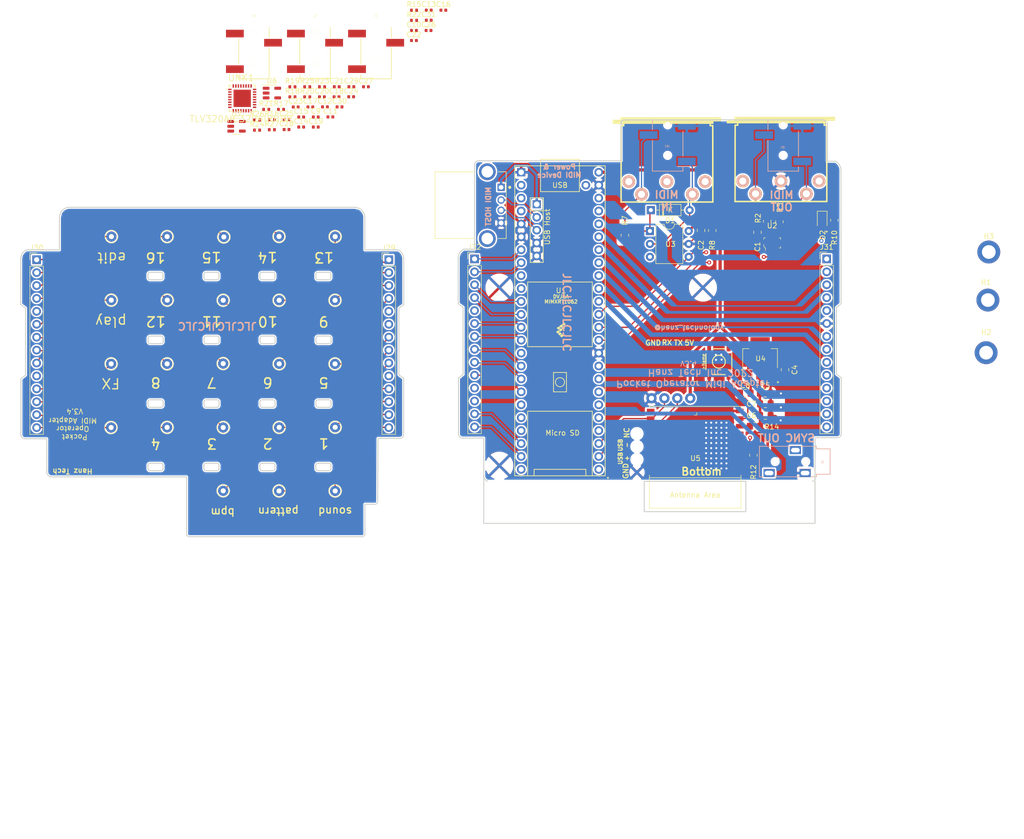
<source format=kicad_pcb>
(kicad_pcb (version 20211014) (generator pcbnew)
  (title_block (rev "3.4"))
  (layers (0 "F.Cu" signal) (1 "In1.Cu" signal) (2 "In2.Cu" signal) (31 "B.Cu" signal) (34 "B.Paste" user) (35 "F.Paste" user) (36 "B.SilkS" user "B.Silkscreen") (37 "F.SilkS" user "F.Silkscreen") (38 "B.Mask" user) (39 "F.Mask" user) (44 "Edge.Cuts" user))
  (net 0 "")
  (net 1 "/bottom/5V")
  (net 2 "/bottom/GND")
  (net 3 "/bottom/3.3V")
  (net 4 "Net-(D1-Pad1)")
  (net 5 "Net-(D1-Pad2)")
  (net 6 "/bottom/SYNC_OUT")
  (net 7 "/top/GPIO_3")
  (net 8 "/top/GPIO_2")
  (net 9 "/top/GPIO_1")
  (net 10 "/top/GPIO_15")
  (net 11 "/top/GPIO_5")
  (net 12 "/top/GPIO_6")
  (net 13 "/top/GPIO_7")
  (net 14 "/top/GPIO_8")
  (net 15 "/top/GPIO_9")
  (net 16 "/top/GPIO_10")
  (net 17 "/top/GPIO_12")
  (net 18 "/top/GPIO_SPECIAL")
  (net 19 "/top/GPIO_14")
  (net 20 "/top/GPIO_13")
  (net 21 "/top/GPIO_WRITE")
  (net 22 "/top/GPIO_SOUND")
  (net 23 "/top/GPIO_BPM")
  (net 24 "/top/GPIO_4")
  (net 25 "/top/GPIO_FX")
  (net 26 "/top/GPIO_PLAY")
  (net 27 "/top/GPIO_16")
  (net 28 "/top/GPIO_11")
  (net 29 "Net-(J40-Pad4)")
  (net 30 "/bottom/H_USB_5V")
  (net 31 "/bottom/H_USB_D-")
  (net 32 "/bottom/H_USB_D+")
  (net 33 "Net-(J81-Pad2)")
  (net 34 "Net-(J81-Pad3)")
  (net 35 "/bottom/MIDI_1_BUF_OUT")
  (net 36 "/bottom/MIDI_1_OUT")
  (net 37 "/bottom/MIDI_1_IN")
  (net 38 "/bottom/GPIO_BPM")
  (net 39 "/bottom/GPIO_4")
  (net 40 "/bottom/GPIO_3")
  (net 41 "/bottom/GPIO_SPECIAL")
  (net 42 "/bottom/GPIO_FX")
  (net 43 "/bottom/GPIO_8")
  (net 44 "/bottom/GPIO_7")
  (net 45 "/bottom/GPIO_SOUND")
  (net 46 "/bottom/GPIO_1")
  (net 47 "/bottom/GPIO_2")
  (net 48 "/bottom/GPIO_5")
  (net 49 "/bottom/GPIO_6")
  (net 50 "/bottom/GPIO_11")
  (net 51 "/bottom/GPIO_12")
  (net 52 "/bottom/GPIO_PLAY")
  (net 53 "/bottom/GPIO_WRITE")
  (net 54 "/bottom/GPIO_15")
  (net 55 "/bottom/GPIO_16")
  (net 56 "/bottom/GPIO_14")
  (net 57 "/bottom/GPIO_13")
  (net 58 "/bottom/MIDI_OUT_EXT")
  (net 59 "/bottom/GPIO_10")
  (net 60 "/bottom/MIDI_IN_EXT")
  (net 61 "/bottom/GPIO_9")
  (net 62 "/top/GIPO_PATTERN")
  (net 63 "/bottom/GIPO_PATTERN")
  (net 64 "Net-(D2-Pad1)")
  (net 65 "Net-(D2-Pad2)")
  (net 66 "/bottom/3.3V_ESP32")
  (net 67 "Net-(C8-Pad1)")
  (net 68 "Net-(R14-Pad1)")
  (net 81 "/bottom/MCLK")
  (net 84 "unconnected-(U5-Pad13)")
  (net 88 "unconnected-(U5-Pad14)")
  (net 99 "/bottom/ESP32_EN")
  (net 100 "/GND")
  (net 102 "Net-(C9-Pad1)")
  (net 103 "Net-(C9-Pad2)")
  (net 104 "Net-(C10-Pad1)")
  (net 105 "Net-(C10-Pad2)")
  (net 106 "Net-(C11-Pad1)")
  (net 107 "Net-(C11-Pad2)")
  (net 108 "Net-(C12-Pad1)")
  (net 109 "Net-(C12-Pad2)")
  (net 110 "Net-(C13-Pad1)")
  (net 111 "Net-(C13-Pad2)")
  (net 112 "Net-(C14-Pad1)")
  (net 113 "Net-(C14-Pad2)")
  (net 114 "Net-(C15-Pad2)")
  (net 115 "Net-(C16-Pad1)")
  (net 116 "Net-(C16-Pad2)")
  (net 117 "Net-(C17-Pad1)")
  (net 118 "Net-(C17-Pad2)")
  (net 119 "Net-(C18-Pad1)")
  (net 120 "/bottom/HPL")
  (net 121 "Net-(C19-Pad1)")
  (net 122 "/bottom/HPR")
  (net 123 "+1V8")
  (net 124 "/bottom/HP_3V3")
  (net 125 "/bottom/LOR")
  (net 126 "/bottom/LOL")
  (net 127 "Net-(R15-Pad1)")
  (net 128 "Net-(R16-Pad1)")
  (net 129 "/bottom/BCLK")
  (net 130 "Net-(R17-Pad1)")
  (net 131 "/bottom/WCLK")
  (net 132 "Net-(R18-Pad1)")
  (net 133 "/bottom/DIN")
  (net 134 "Net-(R19-Pad1)")
  (net 135 "/bottom/DOUT")
  (net 136 "Net-(R20-Pad1)")
  (net 137 "/bottom/SCL")
  (net 138 "Net-(R21-Pad1)")
  (net 139 "/bottom/SDA")
  (net 140 "Net-(R22-Pad1)")
  (net 141 "Net-(R23-Pad1)")
  (net 145 "/top/POT_VOL_OUT")
  (net 146 "/bottom/POT_VOL_OUT")
  (footprint "Connector_Pin:Pin_D1.0mm_L10.0mm" (layer "F.Cu") (at 54.76494 59.9694)
    (fp_text reference "J18" hide)
    (fp_text value "Conn_01x01")
  )
  (footprint "Connector_Pin:Pin_D1.0mm_L10.0mm" (layer "F.Cu") (at 76.7744 97.5106 -90)
    (fp_text reference "J4" hide)
    (fp_text value "Conn_01x01")
  )
  (footprint "Connector_Pin:Pin_D1.0mm_L10.0mm" (layer "F.Cu") (at 87.73414 97.4852)
    (fp_text reference "J5" hide)
    (fp_text value "Conn_01x01")
  )
  (footprint "Connector_Pin:Pin_D1.0mm_L10.0mm" (layer "F.Cu") (at 98.73234 97.4598)
    (fp_text reference "J6" hide)
    (fp_text value "Conn_01x01")
  )
  (footprint "Connector_Pin:Pin_D1.0mm_L10.0mm" (layer "F.Cu") (at 76.86294 60.0456 -90)
    (fp_text reference "J7" hide)
    (fp_text value "Conn_01x01")
  )
  (footprint "Connector_Pin:Pin_D1.0mm_L10.0mm" (layer "F.Cu") (at 98.70694 85.0011)
    (fp_text reference "J8" hide)
    (fp_text value "Conn_01x01")
  )
  (footprint "Connector_Pin:Pin_D1.0mm_L10.0mm" (layer "F.Cu") (at 87.73414 84.9884)
    (fp_text reference "J9" hide)
    (fp_text value "Conn_01x01")
  )
  (footprint "Connector_Pin:Pin_D1.0mm_L10.0mm" (layer "F.Cu") (at 76.73594 84.9376)
    (fp_text reference "J10" hide)
    (fp_text value "Conn_01x01")
  )
  (footprint "Connector_Pin:Pin_D1.0mm_L10.0mm" (layer "F.Cu") (at 65.71234 84.9884)
    (fp_text reference "J11" hide)
    (fp_text value "Conn_01x01")
  )
  (footprint "Connector_Pin:Pin_D1.0mm_L10.0mm" (layer "F.Cu") (at 98.70694 72.4916)
    (fp_text reference "J12" hide)
    (fp_text value "Conn_01x01")
  )
  (footprint "Connector_Pin:Pin_D1.0mm_L10.0mm" (layer "F.Cu") (at 87.72906 72.4916)
    (fp_text reference "J13" hide)
    (fp_text value "Conn_01x01")
  )
  (footprint "Connector_Pin:Pin_D1.0mm_L10.0mm" (layer "F.Cu") (at 65.73774 72.4662)
    (fp_text reference "J14" hide)
    (fp_text value "Conn_01x01")
  )
  (footprint "Connector_Pin:Pin_D1.0mm_L10.0mm" (layer "F.Cu") (at 87.70874 59.944)
    (fp_text reference "J16" hide)
    (fp_text value "Conn_01x01")
  )
  (footprint "Connector_Pin:Pin_D1.0mm_L10.0mm" (layer "F.Cu") (at 98.73234 59.9694)
    (fp_text reference "J17" hide)
    (fp_text value "Conn_01x01")
  )
  (footprint "Connector_Pin:Pin_D1.0mm_L10.0mm" (layer "F.Cu") (at 98.73234 109.982)
    (fp_text reference "J19" hide)
    (fp_text value "Conn_01x01")
  )
  (footprint "Connector_Pin:Pin_D1.0mm_L10.0mm" (layer "F.Cu") (at 87.70874 109.982)
    (fp_text reference "J20" hide)
    (fp_text value "Conn_01x01")
  )
  (footprint "Connector_Pin:Pin_D1.0mm_L10.0mm" (layer "F.Cu") (at 76.73594 109.9566)
    (fp_text reference "J21" hide)
    (fp_text value "Conn_01x01")
  )
  (footprint "Connector_Pin:Pin_D1.0mm_L10.0mm" (layer "F.Cu") (at 65.71234 97.4852)
    (fp_text reference "J22" hide)
    (fp_text value "Conn_01x01")
  )
  (footprint "Connector_Pin:Pin_D1.0mm_L10.0mm" (layer "F.Cu") (at 54.71414 84.9884)
    (fp_text reference "J23" hide)
    (fp_text value "Conn_01x01")
  )
  (footprint "Connector_Pin:Pin_D1.0mm_L10.0mm" (layer "F.Cu") (at 54.73954 72.4662)
    (fp_text reference "J24" hide)
    (fp_text value "Conn_01x01")
  )
  (footprint "Connector_Pin:Pin_D1.0mm_L10.0mm" (layer "F.Cu") (at 65.71234 59.9694)
    (fp_text reference "J25" hide)
    (fp_text value "Conn_01x01")
  )
  (footprint "Connector_Pin:Pin_D1.0mm_L10.0mm" (layer "F.Cu") (at 76.73594 72.4916)
    (fp_text reference "J28" hide)
    (fp_text value "Conn_01x01")
  )
  (footprint "Diode_THT:D_DO-35_SOD27_P7.62mm_Horizontal" (layer "F.Cu") (at 160.7644 54.76)
    (fp_text reference "D1")
    (fp_text value "1N914")
  )
  (footprint "Teensy:Teensy41_poma" (layer "F.Cu") (at 142.91186 76.53 -90)
    (fp_text reference "U1")
    (fp_text value "Teensy4.1")
  )
  (footprint "digikey-footprints:SOT-753" (layer "F.Cu") (at 184.6244 61.21)
    (fp_text reference "U2")
    (fp_text value "SN74LVC1G07DBVR")
  )
  (footprint "Package_DIP:DIP-6_W7.62mm" (layer "F.Cu") (at 160.58788 58.8712)
    (fp_text reference "U3")
    (fp_text value "H11L1M")
  )
  (footprint "Capacitor_SMD:C_0805_2012Metric_Pad1.18x1.45mm_HandSolder" (layer "F.Cu") (at 170.63186 58.76 90)
    (fp_text reference "C2")
    (fp_text value "0.1uF")
  )
  (footprint "Resistor_SMD:R_0805_2012Metric_Pad1.20x1.40mm_HandSolder" (layer "F.Cu") (at 155.6744 59.71 -90)
    (fp_text reference "R7")
    (fp_text value "220")
  )
  (footprint "Resistor_SMD:R_0805_2012Metric_Pad1.20x1.40mm_HandSolder" (layer "F.Cu") (at 172.83186 58.76 -90)
    (fp_text reference "R8")
    (fp_text value "470")
  )
  (footprint "digikey-footprints:PinHeader_1x4_P2.54mm_Drill1.02mm" (layer "F.Cu") (at 168.51186 91.76 180)
    (fp_text reference "J99" hide)
    (fp_text value "0022232041")
  )
  (footprint "poma:MIDI_DIN5_NO_ATTACHEMENT" (layer "F.Cu") (at 163.93186 46.16 180)
    (fp_text reference "J40" hide)
    (fp_text value "MIDI_1_IN" hide)
  )
  (footprint "poma:TE_292303-1" (layer "F.Cu") (at 131.34186 50.29 -90)
    (fp_text reference "J70" hide)
    (fp_text value "USB_A")
  )
  (footprint "poma:MIDI_DIN5_NO_ATTACHEMENT" (layer "F.Cu") (at 186.33186 46.06 180)
    (fp_text reference "J90" hide)
    (fp_text value "MIDI_1_OUT" hide)
  )
  (footprint "LED_SMD:LED_0805_2012Metric_Pad1.15x1.40mm_HandSolder" (layer "F.Cu") (at 194.43186 56.835 -90)
    (fp_text reference "D2")
    (fp_text value "LED")
  )
  (footprint "Resistor_SMD:R_0805_2012Metric_Pad1.20x1.40mm_HandSolder" (layer "F.Cu") (at 196.83186 56.76 -90)
    (fp_text reference "R10")
    (fp_text value "68")
  )
  (footprint "Connector_Pin:Pin_D1.0mm_L10.0mm" (layer "F.Cu") (at 54.6744 97.5106 -90)
    (fp_text reference "J15" hide)
    (fp_text value "Conn_01x01")
  )
  (footprint "Capacitor_SMD:C_0805_2012Metric_Pad1.18x1.45mm_HandSolder" (layer "F.Cu") (at 187.13186 86.16 90)
    (fp_text reference "C4")
    (fp_text value "1uF")
  )
  (footprint "Capacitor_SMD:C_0805_2012Metric_Pad1.18x1.45mm_HandSolder" (layer "F.Cu") (at 183.23186 90.76)
    (fp_text reference "C5")
    (fp_text value "10uF")
  )
  (footprint "Capacitor_SMD:C_0805_2012Metric_Pad1.18x1.45mm_HandSolder" (layer "F.Cu") (at 183.26936 95.16)
    (fp_text reference "C6")
    (fp_text value "0.1uF")
  )
  (footprint "Capacitor_SMD:C_0805_2012Metric_Pad1.18x1.45mm_HandSolder" (layer "F.Cu") (at 183.26936 92.86)
    (fp_text reference "C7")
    (fp_text value "10uF")
  )
  (footprint "poma:TACTILE_SWITCH_SMD_5.2MM" (layer "F.Cu") (at 174.13686 84.566 90)
    (fp_text reference "S1" hide)
    (fp_text value "MOMENTARY-SWITCH-SPST-SMD-5.2MM" hide)
  )
  (footprint "Espressif:ESP32-C3-WROOM-02" (layer "F.Cu") (at 169.48186 102.11 180)
    (fp_text reference "U5")
    (fp_text value "ESP32-C3-WROOM-02")
  )
  (footprint "Package_TO_SOT_SMD:SOT-223" (layer "F.Cu") (at 182.23186 83.91 90)
    (fp_text reference "U4")
    (fp_text value "LM1117-3.3")
  )
  (footprint "Capacitor_SMD:C_0805_2012Metric_Pad1.18x1.45mm_HandSolder" (layer "F.Cu") (at 179.33186 90.76)
    (fp_text reference "C8")
    (fp_text value "0.1uF")
  )
  (footprint "Resistor_SMD:R_0805_2012Metric_Pad1.20x1.40mm_HandSolder" (layer "F.Cu") (at 181.23186 97.26)
    (fp_text reference "R14")
    (fp_text value "10K")
  )
  (footprint "Resistor_SMD:R_0805_2012Metric_Pad1.20x1.40mm_HandSolder" (layer "F.Cu") (at 183.63186 56.96 -90)
    (fp_text reference "R2")
    (fp_text value "220")
  )
  (footprint "Capacitor_SMD:C_0805_2012Metric_Pad1.18x1.45mm_HandSolder" (layer "F.Cu") (at 181.7244 59.1225 90)
    (fp_text reference "C1")
    (fp_text value "0.1uF")
  )
  (footprint "Resistor_SMD:R_0805_2012Metric_Pad1.20x1.40mm_HandSolder" (layer "F.Cu") (at 186.03186 57.06 -90)
    (fp_text reference "R3")
    (fp_text value "220")
  )
  (footprint "Connector_PinHeader_2.54mm:PinHeader_1x14_P2.54mm_Vertical" (layer "F.Cu") (at 126.1244 64.36)
    (fp_text reference "J32")
    (fp_text value "Conn_01x14_Female")
  )
  (footprint "Resistor_SMD:R_0402_1005Metric" (layer "F.Cu") (at 85.1844 34.97)
    (fp_text reference "R21")
    (fp_text value "33R")
  )
  (footprint "Resistor_SMD:R_0402_1005Metric" (layer "F.Cu") (at 90.3344 30.52)
    (fp_text reference "R19")
    (fp_text value "33R")
  )
  (footprint "Capacitor_SMD:C_0402_1005Metric" (layer "F.Cu") (at 99.5944 34.47)
    (fp_text reference "C30")
    (fp_text value "1uF")
  )
  (footprint "Resistor_SMD:R_0402_1005Metric" (layer "F.Cu") (at 96.1544 30.52)
    (fp_text reference "R23")
    (fp_text value "6K")
  )
  (footprint "Resistor_SMD:R_0402_1005Metric" (layer "F.Cu") (at 83.3844 39.04)
    (fp_text reference "R24")
    (fp_text value "10K")
  )
  (footprint "Capacitor_SMD:C_0402_1005Metric" (layer "F.Cu") (at 101.8744 32.48)
    (fp_text reference "C24")
    (fp_text value "0.1uF")
  )
  (footprint "Resistor_SMD:R_0402_1005Metric" (layer "F.Cu") (at 93.2444 30.52)
    (fp_text reference "R25")
    (fp_text value "10K")
  )
  (footprint "jacks:3.5mm_stereo_jack_PJ320B" (layer "F.Cu") (at 82.7794 19.85)
    (fp_text reference "J3")
    (fp_text value "PJ-320B" hide)
  )
  (footprint "Capacitor_SMD:C_0402_1005Metric" (layer "F.Cu") (at 90.9844 34.49)
    (fp_text reference "C23")
    (fp_text value "10uF")
  )
  (footprint "Capacitor_SMD:C_0402_1005Metric" (layer "F.Cu") (at 92.0544 36.46)
    (fp_text reference "C15")
    (fp_text value "10uF")
  )
  (footprint "Capacitor_SMD:C_0402_1005Metric" (layer "F.Cu") (at 94.9244 36.46)
    (fp_text reference "C9")
    (fp_text value "2.2uF")
  )
  (footprint "MountingHole:MountingHole_2.7mm_M2.5_ISO7380_Pad" (layer "F.Cu") (at 226.6744 82.06)
    (fp_text reference "H2")
    (fp_text value "MountingHole_Pad")
  )
  (footprint "Capacitor_SMD:C_0402_1005Metric" (layer "F.Cu") (at 114.2144 19.44)
    (fp_text reference "C10")
    (fp_text value "2.2uF")
  )
  (footprint "Resistor_SMD:R_0402_1005Metric" (layer "F.Cu") (at 83.3844 37.05)
    (fp_text reference "R26")
    (fp_text value "100")
  )
  (footprint "Capacitor_SMD:C_0402_1005Metric" (layer "F.Cu") (at 89.1844 36.95)
    (fp_text reference "C25")
    (fp_text value "0.1uF")
  )
  (footprint "Capacitor_SMD:C_0402_1005Metric" (layer "F.Cu") (at 99.0444 30.51)
    (fp_text reference "C21")
    (fp_text value "0.1uF")
  )
  (footprint "Resistor_SMD:R_0402_1005Metric" (layer "F.Cu") (at 88.0944 34.97)
    (fp_text reference "R17")
    (fp_text value "33R")
  )
  (footprint "Capacitor_SMD:C_0402_1005Metric" (layer "F.Cu") (at 94.9244 38.43)
    (fp_text reference "C19")
    (fp_text value "47uF")
  )
  (footprint "Resistor_SMD:R_0402_1005Metric" (layer "F.Cu") (at 86.2944 36.96)
    (fp_text reference "R16")
    (fp_text value "33R")
  )
  (footprint "poma:TLV320AIC3204IRHBR" (layer "F.Cu") (at 80.4694 32.79)
    (fp_text reference "UNK1")
    (fp_text value "TLV320AIC3204IRHBR")
  )
  (footprint "Package_TO_SOT_SMD:SOT-23-5" (layer "F.Cu") (at 79.3544 38.28)
    (fp_text reference "U7")
    (fp_text value "LP5907MFX-1.8")
  )
  (footprint "Resistor_SMD:R_0402_1005Metric" (layer "F.Cu") (at 86.2944 38.95)
    (fp_text reference "R27")
    (fp_text value "100")
  )
  (footprint "Capacitor_SMD:C_0402_1005Metric" (layer "F.Cu") (at 96.7244 34.47)
    (fp_text reference "C12")
    (fp_text value "2.2uF")
  )
  (footprint "Capacitor_SMD:C_0402_1005Metric" (layer "F.Cu") (at 96.1344 32.5)
    (fp_text reference "C20")
    (fp_text value "0.1uF")
  )
  (footprint "Capacitor_SMD:C_0402_1005Metric" (layer "F.Cu") (at 101.9144 30.51)
    (fp_text reference "C29")
    (fp_text value "47uF")
  )
  (footprint "Capacitor_SMD:C_0402_1005Metric" (layer "F.Cu") (at 119.9944 15.46)
    (fp_text reference "C16")
    (fp_text value "1uF")
  )
  (footprint "Resistor_SMD:R_0402_1005Metric" (layer "F.Cu") (at 114.2344 15.47)
    (fp_text reference "R15")
    (fp_text value "33R")
  )
  (footprint "Capacitor_SMD:C_0402_1005Metric" (layer "F.Cu") (at 92.0544 38.43)
    (fp_text reference "C14")
    (fp_text value "2.2uF")
  )
  (footprint "Connector_PinHeader_2.54mm:PinHeader_1x14_P2.54mm_Vertical" (layer "F.Cu") (at 195.3244 64.36)
    (fp_text reference "J31")
    (fp_text value "Conn_01x14_Female")
  )
  (footprint "jacks:3.5mm_stereo_jack_PJ320B" (layer "F.Cu") (at 94.7794 19.85)
    (fp_text reference "J2")
    (fp_text value "PJ-320B" hide)
  )
  (footprint "Connector_PinHeader_2.54mm:PinHeader_1x14_P2.54mm_Vertical" (layer "F.Cu") (at 40.0744 64.51)
    (fp_text reference "J30")
    (fp_text value "Conn_01x14_Male")
  )
  (footprint "Capacitor_SMD:C_0402_1005Metric" (layer "F.Cu") (at 97.7944 36.44)
    (fp_text reference "C11")
    (fp_text value "2.2uF")
  )
  (footprint "Resistor_SMD:R_0402_1005Metric" (layer "F.Cu") (at 114.2344 17.46)
    (fp_text reference "R22")
    (fp_text value "6K")
  )
  (footprint "Resistor_SMD:R_0805_2012Metric_Pad1.20x1.40mm_HandSolder" (layer "F.Cu") (at 180.93186 102.96 90)
    (fp_text reference "R12")
    (fp_text value "10K")
  )
  (footprint "MountingHole:MountingHole_2.7mm_M2.5_ISO7380_Pad" (layer "F.Cu") (at 226.6244 72.21)
    (fp_text reference "H1")
    (fp_text value "MountingHole_Pad")
  )
  (footprint "Connector_PinHeader_2.54mm:PinHeader_1x14_P2.54mm_Vertical" (layer "F.Cu") (at 109.2744 64.51)
    (fp_text reference "J29")
    (fp_text value "Conn_01x14_Male")
  )
  (footprint "Capacitor_SMD:C_0402_1005Metric" (layer "F.Cu") (at 114.2144 21.41)
    (fp_text reference "C22")
    (fp_text value "0.1uF")
  )
  (footprint "Capacitor_SMD:C_0402_1005Metric" (layer "F.Cu") (at 117.1244 17.43)
    (fp_text reference "C31")
    (fp_text value "1uF")
  )
  (footprint "Resistor_SMD:R_0402_1005Metric" (layer "F.Cu") (at 90.3344 32.51)
    (fp_text reference "R18")
    (fp_text value "33R")
  )
  (footprint "Capacitor_SMD:C_0402_1005Metric" (layer "F.Cu") (at 99.0044 32.5)
    (fp_text reference "C18")
    (fp_text value "47uF")
  )
  (footprint "Capacitor_SMD:C_0402_1005Metric" (layer "F.Cu") (at 89.1844 38.92)
    (fp_text reference "C28")
    (fp_text value "47uF")
  )
  (footprint "jacks:3.5mm_stereo_jack_PJ320B" (layer "F.Cu") (at 106.7794 19.85)
    (fp_text reference "J1")
    (fp_text value "PJ-320B" hide)
  )
  (footprint "Resistor_SMD:R_0402_1005Metric" (layer "F.Cu") (at 93.2444 32.51)
    (fp_text reference "R20")
    (fp_text value "33R")
  )
  (footprint "MountingHole:MountingHole_2.7mm_M2.5_ISO7380_Pad" (layer "F.Cu") (at 227.1744 63.16)
    (fp_text reference "H3")
    (fp_text value "MountingHole_Pad")
  )
  (footprint "Capacitor_SMD:C_0402_1005Metric" (layer "F.Cu") (at 117.1244 15.46)
    (fp_text reference "C13")
    (fp_text value "2.2uF")
  )
  (footprint "Package_TO_SOT_SMD:SOT-23-5" (layer "F.Cu") (at 86.3044 31.75)
    (fp_text reference "U6")
    (fp_text value "LP5907MFX-3.3")
  )
  (footprint "Capacitor_SMD:C_0402_1005Metric" (layer "F.Cu") (at 117.0844 19.44)
    (fp_text reference "C26")
    (fp_text value "1uF")
  )
  (footprint "Capacitor_SMD:C_0402_1005Metric" (layer "F.Cu") (at 104.7844 30.51)
    (fp_text reference "C27")
    (fp_text value "1uF")
  )
  (footprint "Capacitor_SMD:C_0402_1005Metric" (layer "F.Cu") (at 93.8544 34.49)
    (fp_text reference "C17")
    (fp_text value "1uF")
  )
  (footprint "poma:3.5mm_stereo_jack_PJ320B_THRU" (layer "B.Cu") (at 191.2014 104.21 90)
    (fp_text reference "J0")
    (fp_text value "PJ-320B" hide)
  )
  (footprint "jacks:3.5mm_stereo_jack_PJ320B" (layer "B.Cu") (at 186.7744 38 180)
    (fp_text reference "J81")
    (fp_text value "PJ-320B" hide)
  )
  (footprint "jacks:3.5mm_stereo_jack_PJ320B" (layer "B.Cu") (at 164.0744 38 180)
    (fp_text reference "J82")
    (fp_text value "PJ-320B" hide)
  )
  (gr_arc (start 36.941803 64.3636) (mid 37.256 63.312742) (end 38.077128 62.585576) (layer "Edge.Cuts") (width 0.2))
  (gr_line (start 42.06494 99.7204) (end 42.056139 106.093002) (layer "Edge.Cuts") (width 0.2))
  (gr_line (start 42.056736 62.589601) (end 38.07714 62.5856) (layer "Edge.Cuts") (width 0.2))
  (gr_line (start 36.98494 87.9348) (end 37.89934 87.1982) (layer "Edge.Cuts") (width 0.2))
  (gr_line (start 37.89934 74.0156) (end 37.89934 87.1982) (layer "Edge.Cuts") (width 0.2))
  (gr_line (start 36.93414 73.3044) (end 37.89934 74.0156) (layer "Edge.Cuts") (width 0.2))
  (gr_line (start 36.93414 73.3044) (end 36.941803 64.3636) (layer "Edge.Cuts") (width 0.2))
  (gr_line (start 36.98494 87.9348) (end 36.98494 98.9076) (layer "Edge.Cuts") (width 0.2))
  (gr_line (start 111.25454 74.041) (end 111.25454 87.1474) (layer "Edge.Cuts") (width 0.2))
  (gr_line (start 112.19434 87.8586) (end 111.25454 87.1474) (layer "Edge.Cuts") (width 0.2))
  (gr_line (start 112.21974 73.3298) (end 111.25454 74.041) (layer "Edge.Cuts") (width 0.2))
  (gr_line (start 112.212077 64.363781) (end 112.21974 73.3298) (layer "Edge.Cuts") (width 0.2))
  (gr_line (start 112.19434 98.9076) (end 112.19434 87.8586) (layer "Edge.Cuts") (width 0.2))
  (gr_arc (start 111.12754 62.5856) (mid 111.91955 63.32237) (end 112.212077 64.363781) (layer "Edge.Cuts") (width 0.2))
  (gr_line (start 110.44174 62.5856) (end 111.12754 62.5856) (layer "Edge.Cuts") (width 0.2))
  (gr_arc (start 83.924885 67.386244) (mid 84.059712 67.097434) (end 84.35594 66.9798) (layer "Edge.Cuts") (width 0.2))
  (gr_arc (start 84.330584 68.477655) (mid 84.041774 68.342828) (end 83.92414 68.0466) (layer "Edge.Cuts") (width 0.2))
  (gr_arc (start 94.923085 67.386244) (mid 95.057912 67.097434) (end 95.35414 66.9798) (layer "Edge.Cuts") (width 0.2))
  (gr_arc (start 97.51314 66.9798) (mid 97.80195 67.114627) (end 97.919584 67.410855) (layer "Edge.Cuts") (width 0.2))
  (gr_arc (start 97.918795 68.071956) (mid 97.783968 68.360766) (end 97.48774 68.4784) (layer "Edge.Cuts") (width 0.2))
  (gr_arc (start 95.328784 68.477655) (mid 95.039974 68.342828) (end 94.92234 68.0466) (layer "Edge.Cuts") (width 0.2))
  (gr_arc (start 61.928485 67.386244) (mid 62.063312 67.097434) (end 62.35954 66.9798) (layer "Edge.Cuts") (width 0.2))
  (gr_arc (start 64.51854 66.9798) (mid 64.80735 67.114627) (end 64.924984 67.410855) (layer "Edge.Cuts") (width 0.2))
  (gr_arc (start 64.924195 68.071956) (mid 64.789368 68.360766) (end 64.49314 68.4784) (layer "Edge.Cuts") (width 0.2))
  (gr_arc (start 62.334184 68.477655) (mid 62.045374 68.342828) (end 61.92774 68.0466) (layer "Edge.Cuts") (width 0.2))
  (gr_arc (start 75.922395 68.071956) (mid 75.787568 68.360766) (end 75.49134 68.4784) (layer "Edge.Cuts") (width 0.2))
  (gr_arc (start 73.332384 68.477655) (mid 73.043574 68.342828) (end 72.92594 68.0466) (layer "Edge.Cuts") (width 0.2))
  (gr_arc (start 75.51674 66.9798) (mid 75.80555 67.114627) (end 75.923184 67.410855) (layer "Edge.Cuts") (width 0.2))
  (gr_arc (start 72.926685 67.386244) (mid 73.061512 67.097434) (end 73.35774 66.9798) (layer "Edge.Cuts") (width 0.2))
  (gr_line (start 83.924885 104.927444) (end 83.92414 105.5878) (layer "Edge.Cuts") (width 0.2))
  (gr_line (start 86.920595 105.613156) (end 86.921384 104.952055) (layer "Edge.Cuts") (width 0.2))
  (gr_line (start 84.330584 106.018855) (end 86.48954 106.0196) (layer "Edge.Cuts") (width 0.2))
  (gr_line (start 97.918795 105.613156) (end 97.919584 104.952055) (layer "Edge.Cuts") (width 0.2))
  (gr_line (start 97.51314 104.521) (end 95.35414 104.521) (layer "Edge.Cuts") (width 0.2))
  (gr_line (start 95.328784 106.018855) (end 97.48774 106.0196) (layer "Edge.Cuts") (width 0.2))
  (gr_line (start 61.928485 104.927444) (end 61.92774 105.5878) (layer "Edge.Cuts") (width 0.2))
  (gr_line (start 64.51854 104.521) (end 62.35954 104.521) (layer "Edge.Cuts") (width 0.2))
  (gr_line (start 64.924195 105.613156) (end 64.924984 104.952055) (layer "Edge.Cuts") (width 0.2))
  (gr_line (start 75.51674 104.521) (end 73.35774 104.521) (layer "Edge.Cuts") (width 0.2))
  (gr_line (start 62.334184 106.018855) (end 64.49314 106.0196) (layer "Edge.Cuts") (width 0.2))
  (gr_line (start 75.922395 105.613156) (end 75.923184 104.952055) (layer "Edge.Cuts") (width 0.2))
  (gr_line (start 72.926685 104.927444) (end 72.92594 105.5878) (layer "Edge.Cuts") (width 0.2))
  (gr_line (start 73.332384 106.018855) (end 75.49134 106.0196) (layer "Edge.Cuts") (width 0.2))
  (gr_arc (start 83.924885 104.927444) (mid 84.059712 104.638634) (end 84.35594 104.521) (layer "Edge.Cuts") (width 0.2))
  (gr_arc (start 86.51494 104.521) (mid 86.80375 104.655827) (end 86.921384 104.952055) (layer "Edge.Cuts") (width 0.2))
  (gr_arc (start 86.920595 105.613156) (mid 86.785768 105.901966) (end 86.48954 106.0196) (layer "Edge.Cuts") (width 0.2))
  (gr_arc (start 84.330584 106.018855) (mid 84.041774 105.884028) (end 83.92414 105.5878) (layer "Edge.Cuts") (width 0.2))
  (gr_arc (start 97.918795 105.613156) (mid 97.783968 105.901966) (end 97.48774 106.0196) (layer "Edge.Cuts") (width 0.2))
  (gr_arc (start 95.328784 106.018855) (mid 95.039974 105.884028) (end 94.92234 105.5878) (layer "Edge.Cuts") (width 0.2))
  (gr_arc (start 97.51314 104.521) (mid 97.80195 104.655827) (end 97.919584 104.952055) (layer "Edge.Cuts") (width 0.2))
  (gr_arc (start 94.923085 104.927444) (mid 95.057912 104.638634) (end 95.35414 104.521) (layer "Edge.Cuts") (width 0.2))
  (gr_arc (start 62.334184 106.018855) (mid 62.045374 105.884028) (end 61.92774 105.5878) (layer "Edge.Cuts") (width 0.2))
  (gr_arc (start 75.922395 105.613156) (mid 75.787568 105.901966) (end 75.49134 106.0196) (layer "Edge.Cuts") (width 0.2))
  (gr_arc (start 61.928485 104.927444) (mid 62.063312 104.638634) (end 62.35954 104.521) (layer "Edge.Cuts") (width 0.2))
  (gr_arc (start 73.332384 106.018855) (mid 73.043574 105.884028) (end 72.92594 105.5878) (layer "Edge.Cuts") (width 0.2))
  (gr_arc (start 75.51674 104.521) (mid 75.80555 104.655827) (end 75.923184 104.952055) (layer "Edge.Cuts") (width 0.2))
  (gr_arc (start 64.51854 104.521) (mid 64.80735 104.655827) (end 64.924984 104.952055) (layer "Edge.Cuts") (width 0.2))
  (gr_arc (start 64.924195 105.613156) (mid 64.789368 105.901966) (end 64.49314 106.0196) (layer "Edge.Cuts") (width 0.2))
  (gr_arc (start 72.926685 104.927444) (mid 73.061512 104.638634) (end 73.35774 104.521) (layer "Edge.Cuts") (width 0.2))
  (gr_line (start 94.923085 104.927444) (end 94.92234 105.5878) (layer "Edge.Cuts") (width 0.2))
  (gr_line (start 86.51494 104.521) (end 84.35594 104.521) (layer "Edge.Cuts") (width 0.2))
  (gr_arc (start 94.948485 79.933844) (mid 95.083312 79.645034) (end 95.37954 79.5274) (layer "Edge.Cuts") (width 0.2))
  (gr_arc (start 64.54394 79.5274) (mid 64.83275 79.662227) (end 64.950384 79.958455) (layer "Edge.Cuts") (width 0.2))
  (gr_arc (start 97.53854 79.5274) (mid 97.82735 79.662227) (end 97.944984 79.958455) (layer "Edge.Cuts") (width 0.2))
  (gr_arc (start 72.952085 79.933844) (mid 73.086912 79.645034) (end 73.38314 79.5274) (layer "Edge.Cuts") (width 0.2))
  (gr_arc (start 64.949595 80.619556) (mid 64.814768 80.908366) (end 64.51854 81.026) (layer "Edge.Cuts") (width 0.2))
  (gr_arc (start 61.953885 79.933844) (mid 62.088712 79.645034) (end 62.38494 79.5274) (layer "Edge.Cuts") (width 0.2))
  (gr_arc (start 97.944195 80.619556) (mid 97.809368 80.908366) (end 97.51314 81.026) (layer "Edge.Cuts") (width 0.2))
  (gr_arc (start 73.357784 81.025255) (mid 73.068974 80.890428) (end 72.95134 80.5942) (layer "Edge.Cuts") (width 0.2))
  (gr_arc (start 62.359584 81.025255) (mid 62.070774 80.890428) (end 61.95314 80.5942) (layer "Edge.Cuts") (width 0.2))
  (gr_line (start 94.948485 79.933844) (end 94.94774 80.5942) (layer "Edge.Cuts") (width 0.2))
  (gr_arc (start 95.354184 81.025255) (mid 95.065374 80.890428) (end 94.94774 80.5942) (layer "Edge.Cuts") (width 0.2))
  (gr_line (start 86.54034 79.5274) (end 84.38134 79.5274) (layer "Edge.Cuts") (width 0.2))
  (gr_arc (start 75.54214 79.5274) (mid 75.83095 79.662227) (end 75.948584 79.958455) (layer "Edge.Cuts") (width 0.2))
  (gr_arc (start 75.947795 80.619556) (mid 75.812968 80.908366) (end 75.51674 81.026) (layer "Edge.Cuts") (width 0.2))
  (gr_line (start 86.945995 80.619556) (end 86.946784 79.958455) (layer "Edge.Cuts") (width 0.2))
  (gr_arc (start 84.355984 81.025255) (mid 84.067174 80.890428) (end 83.94954 80.5942) (layer "Edge.Cuts") (width 0.2))
  (gr_arc (start 86.945995 80.619556) (mid 86.811168 80.908366) (end 86.51494 81.026) (layer "Edge.Cuts") (width 0.2))
  (gr_arc (start 86.54034 79.5274) (mid 86.82915 79.662227) (end 86.946784 79.958455) (layer "Edge.Cuts") (width 0.2))
  (gr_arc (start 83.950285 79.933844) (mid 84.085112 79.645034) (end 84.38134 79.5274) (layer "Edge.Cuts") (width 0.2))
  (gr_line (start 75.54214 79.5274) (end 73.38314 79.5274) (layer "Edge.Cuts") (width 0.2))
  (gr_line (start 97.53854 79.5274) (end 95.37954 79.5274) (layer "Edge.Cuts") (width 0.2))
  (gr_line (start 73.357784 81.025255) (end 75.51674 81.026) (layer "Edge.Cuts") (width 0.2))
  (gr_line (start 72.952085 79.933844) (end 72.95134 80.5942) (layer "Edge.Cuts") (width 0.2))
  (gr_line (start 75.947795 80.619556) (end 75.948584 79.958455) (layer "Edge.Cuts") (width 0.2))
  (gr_line (start 62.359584 81.025255) (end 64.51854 81.026) (layer "Edge.Cuts") (width 0.2))
  (gr_line (start 64.949595 80.619556) (end 64.950384 79.958455) (layer "Edge.Cuts") (width 0.2))
  (gr_line (start 64.54394 79.5274) (end 62.38494 79.5274) (layer "Edge.Cuts") (width 0.2))
  (gr_line (start 61.953885 79.933844) (end 61.95314 80.5942) (layer "Edge.Cuts") (width 0.2))
  (gr_line (start 95.354184 81.025255) (end 97.51314 81.026) (layer "Edge.Cuts") (width 0.2))
  (gr_line (start 97.944195 80.619556) (end 97.944984 79.958455) (layer "Edge.Cuts") (width 0.2))
  (gr_line (start 84.355984 81.025255) (end 86.51494 81.026) (layer "Edge.Cuts") (width 0.2))
  (gr_line (start 83.950285 79.933844) (end 83.94954 80.5942) (layer "Edge.Cuts") (width 0.2))
  (gr_line (start 122.91886 73.16216) (end 122.926523 64.22136) (layer "Edge.Cuts") (width 0.2))
  (gr_line (start 122.96966 87.79256) (end 122.96966 98.76536) (layer "Edge.Cuts") (width 0.2))
  (gr_arc (start 123.78246 99.57816) (mid 123.207724 99.340096) (end 122.96966 98.76536) (layer "Edge.Cuts") (width 0.2))
  (gr_line (start 122.91886 73.16216) (end 123.88406 73.87336) (layer "Edge.Cuts") (width 0.2))
  (gr_line (start 122.96966 87.79256) (end 123.88406 87.05596) (layer "Edge.Cuts") (width 0.2))
  (gr_line (start 179.4244 108.06) (end 159.4744 108.06) (layer "Edge.Cuts") (width 0.2))
  (gr_arc (start 197.03186 45.16) (mid 197.82387 45.89677) (end 198.116397 46.938181) (layer "Edge.Cuts") (width 0.2))
  (gr_line (start 198.17906 87.71636) (end 197.23926 87.00516) (layer "Edge.Cuts") (width 0.2))
  (gr_line (start 123.78246 99.57816) (end 127.93186 99.57816) (layer "Edge.Cuts") (width 0.2))
  (gr_line (start 123.88406 73.87336) (end 123.88406 87.05596) (layer "Edge.Cuts") (width 0.2))
  (gr_line (start 193.0244 116.36) (end 193.03186 99.50196) (layer "Edge.Cuts") (width 0.2))
  (gr_line (start 198.121477 64.16) (end 198.13186 73.18756) (layer "Edge.Cuts") (width 0.2))
  (gr_arc (start 198.17906 98.76536) (mid 197.963315 99.286215) (end 197.44246 99.50196) (layer "Edge.Cuts") (width 0.2))
  (gr_line (start 197.23926 73.89876) (end 197.23926 87.00516) (layer "Edge.Cuts") (width 0.2))
  (gr_line (start 127.93186 99.57816) (end 127.9244 116.36) (layer "Edge.Cuts") (width 0.2))
  (gr_line (start 198.13186 73.18756) (end 197.23926 73.89876) (layer "Edge.Cuts") (width 0.2))
  (gr_line (start 197.44246 99.50196) (end 193.03186 99.50196) (layer "Edge.Cuts") (width 0.2))
  (gr_arc (start 128.694669 108.06) (mid 128.114602 107.638504) (end 127.93186 106.945148) (layer "Edge.Cuts") (width 0.2))
  (gr_line (start 198.17906 98.76536) (end 198.17906 87.71636) (layer "Edge.Cuts") (width 0.2))
  (gr_arc (start 193.064768 107.504347) (mid 192.91371 107.904789) (end 192.51486 108.06) (layer "Edge.Cuts") (width 0.2))
  (gr_line (start 124.73726 62.44336) (end 124.01106 62.443179) (layer "Edge.Cuts") (width 0.2))
  (gr_line (start 126.13186 62.447361) (end 124.73726 62.44336) (layer "Edge.Cuts") (width 0.2))
  (gr_arc (start 122.926523 64.22136) (mid 123.21905 63.179949) (end 124.01106 62.443179) (layer "Edge.Cuts") (width 0.2))
  (gr_line (start 64.924195 68.071956) (end 64.924984 67.410855) (layer "Edge.Cuts") (width 0.2))
  (gr_arc (start 64.54394 92.0496) (mid 64.83275 92.184427) (end 64.950384 92.480655) (layer "Edge.Cuts") (width 0.2))
  (gr_arc (start 42.818948 107.207854) (mid 42.238881 106.786358) (end 42.056139 106.093002) (layer "Edge.Cuts") (width 0.2))
  (gr_line (start 95.354184 93.547455) (end 97.51314 93.5482) (layer "Edge.Cuts") (width 0.2))
  (gr_line (start 95.328784 68.477655) (end 97.48774 68.4784) (layer "Edge.Cuts") (width 0.2))
  (gr_line (start 62.359584 93.547455) (end 64.51854 93.5482) (layer "Edge.Cuts") (width 0.2))
  (gr_line (start 104.556539 56.2084) (end 104.556539 62.589601) (layer "Edge.Cuts") (width 0.2))
  (gr_line (start 73.332384 68.477655) (end 75.49134 68.4784) (layer "Edge.Cuts") (width 0.2))
  (gr_line (start 159.4744 114.06) (end 179.4244 114.06) (layer "Edge.Cuts") (width 0.2))
  (gr_arc (start 194.306748 37.022024) (mid 194.9744 37.16) (end 195.430108 37.667078) (layer "Edge.Cuts") (width 0.2))
  (gr_line (start 97.918795 68.071956) (end 97.919584 67.410855) (layer "Edge.Cuts") (width 0.2))
  (gr_line (start 94.948485 92.456044) (end 94.94774 93.1164) (layer "Edge.Cuts") (width 0.2))
  (gr_line (start 69.54774 118.4656) (end 69.54774 107.2134) (layer "Edge.Cuts") (width 0.2))
  (gr_line (start 104.01554 118.9736) (end 70.081108 118.972966) (layer "Edge.Cuts") (width 0.2))
  (gr_line (start 97.51314 66.9798) (end 95.35414 66.9798) (layer "Edge.Cuts") (width 0.2))
  (gr_line (start 86.51494 66.9798) (end 84.35594 66.9798) (layer "Edge.Cuts") (width 0.2))
  (gr_line (start 61.953885 92.456044) (end 61.95314 93.1164) (layer "Edge.Cuts") (width 0.2))
  (gr_arc (start 83.950285 92.456044) (mid 84.085112 92.167234) (end 84.38134 92.0496) (layer "Edge.Cuts") (width 0.2))
  (gr_arc (start 104.576874 118.4656) (mid 104.408911 118.844137) (end 104.01554 118.9736) (layer "Edge.Cuts") (width 0.2))
  (gr_line (start 72.926685 67.386244) (end 72.92594 68.0466) (layer "Edge.Cuts") (width 0.2))
  (gr_arc (start 86.920595 68.071956) (mid 86.785768 68.360766) (end 86.48954 68.4784) (layer "Edge.Cuts") (width 0.2))
  (gr_line (start 97.944195 93.141756) (end 97.944984 92.480655) (layer "Edge.Cuts") (width 0.2))
  (gr_arc (start 86.54034 92.0496) (mid 86.82915 92.184427) (end 86.946784 92.480655) (layer "Edge.Cuts") (width 0.2))
  (gr_line (start 64.949595 93.141756) (end 64.950384 92.480655) (layer "Edge.Cuts") (width 0.2))
  (gr_arc (start 154.9244 37.430893) (mid 155.153536 37.16) (end 155.48275 37.027693) (layer "Edge.Cuts") (width 0.2))
  (gr_arc (start 72.952085 92.456044) (mid 73.086912 92.167234) (end 73.38314 92.0496) (layer "Edge.Cuts") (width 0.2))
  (gr_line (start 61.928485 67.386244) (end 61.92774 68.0466) (layer "Edge.Cuts") (width 0.2))
  (gr_line (start 73.357784 93.547455) (end 75.51674 93.5482) (layer "Edge.Cuts") (width 0.2))
  (gr_line (start 126.93186 45.06) (end 154.93186 45.06) (layer "Edge.Cuts") (width 0.2))
  (gr_line (start 75.922395 68.071956) (end 75.923184 67.410855) (layer "Edge.Cuts") (width 0.2))
  (gr_arc (start 97.944195 93.141756) (mid 97.809368 93.430566) (end 97.51314 93.5482) (layer "Edge.Cuts") (width 0.2))
  (gr_arc (start 61.953885 92.456044) (mid 62.088712 92.167234) (end 62.38494 92.0496) (layer "Edge.Cuts") (width 0.2))
  (gr_arc (start 70.081108 118.972966) (mid 69.705614 118.83367) (end 69.54774 118.4656) (layer "Edge.Cuts") (width 0.2))
  (gr_line (start 44.55654 62.589601) (end 44.55654 56.2084) (layer "Edge.Cuts") (width 0.2))
  (gr_line (start 155.48275 37.027693) (end 194.306748 37.022024) (layer "Edge.Cuts") (width 0.2))
  (gr_line (start 126.13186 62.447361) (end 126.13186 45.86) (layer "Edge.Cuts") (width 0.2))
  (gr_line (start 75.51674 66.9798) (end 73.35774 66.9798) (layer "Edge.Cuts") (width 0.2))
  (gr_arc (start 107.080048 112.033947) (mid 106.92899 112.434389) (end 106.53014 112.5896) (layer "Edge.Cuts") (width 0.2))
  (gr_line (start 94.923085 67.386244) (end 94.92234 68.0466) (layer "Edge.Cuts") (width 0.2))
  (gr_arc (start 112.19434 98.9076) (mid 111.978595 99.428455) (end 111.45774 99.6442) (layer "Edge.Cuts") (width 0.2))
  (gr_arc (start 73.357784 93.547455) (mid 73.068974 93.412628) (end 72.95134 93.1164) (layer "Edge.Cuts") (width 0.2))
  (gr_line (start 64.51854 66.9798) (end 62.35954 66.9798) (layer "Edge.Cuts") (width 0.2))
  (gr_line (start 107.080048 112.033947) (end 107.13974 99.6442) (layer "Edge.Cuts") (width 0.2))
  (gr_line (start 46.55654 54.208399) (end 102.556539 54.2084) (layer "Edge.Cuts") (width 0.2))
  (gr_arc (start 103.400709 54.395287) (mid 104.243006 55.133304) (end 104.556539 56.2084) (layer "Edge.Cuts") (width 0.2))
  (gr_line (start 42.056736 62.589601) (end 44.55654 62.589601) (layer "Edge.Cuts") (width 0.2))
  (gr_line (start 106.53014 112.5896) (end 104.57434 112.5728) (layer "Edge.Cuts") (width 0.2))
  (gr_line (start 127.9244 116.36) (end 193.0244 116.36) (layer "Edge.Cuts") (width 0.2))
  (gr_line (start 179.4244 114.06) (end 179.4244 108.06) (layer "Edge.Cuts") (width 0.2))
  (gr_arc (start 62.359584 93.547455) (mid 62.070774 93.412628) (end 61.95314 93.1164) (layer "Edge.Cuts") (width 0.2))
  (gr_line (start 86.920595 68.071956) (end 86.921384 67.410855) (layer "Edge.Cuts") (width 0.2))
  (gr_arc (start 94.948485 92.456044) (mid 95.083312 92.167234) (end 95.37954 92.0496) (layer "Edge.Cuts") (width 0.2))
  (gr_line (start 102.556539 54.2084) (end 103.400709 54.395287) (layer "Edge.Cuts") (width 0.2))
  (gr_line (start 62.334184 68.477655) (end 64.49314 68.4784) (layer "Edge.Cuts") (width 0.2))
  (gr_line (start 104.57434 112.5728) (end 104.576874 118.4656) (layer "Edge.Cuts") (width 0.2))
  (gr_line (start 84.330584 68.477655) (end 86.48954 68.4784) (layer "Edge.Cuts") (width 0.2))
  (gr_line (start 104.556539 62.589601) (end 110.44174 62.5856) (layer "Edge.Cuts") (width 0.2))
  (gr_line (start 86.945995 93.141756) (end 86.946784 92.480655) (layer "Edge.Cuts") (width 0.2))
  (gr_arc (start 37.79774 99.7204) (mid 37.223004 99.482336) (end 36.98494 98.9076) (layer "Edge.Cuts") (width 0.2))
  (gr_line (start 83.924885 67.386244) (end 83.92414 68.0466) (layer "Edge.Cuts") (width 0.2))
  (gr_line (start 86.54034 92.0496) (end 84.38134 92.0496) (layer "Edge.Cuts") (width 0.2))
  (gr_line (start 44.55654 56.2084) (end 44.769628 55.3101) (layer "Edge.Cuts") (width 0.2))
  (gr_arc (start 86.51494 66.9798) (mid 86.80375 67.114627) (end 86.921384 67.410855) (layer "Edge.Cuts") (width 0.2))
  (gr_arc (start 86.945995 93.141756) (mid 86.811168 93.430566) (end 86.51494 93.5482) (layer "Edge.Cuts") (width 0.2))
  (gr_line (start 72.952085 92.456044) (end 72.95134 93.1164) (layer "Edge.Cuts") (width 0.2))
  (gr_line (start 159.4744 113.76) (end 159.4744 114.06) (layer "Edge.Cuts") (width 0.2))
  (gr_line (start 75.947795 93.141756) (end 75.948584 92.480655) (layer "Edge.Cuts") (width 0.2))
  (gr_line (start 83.950285 92.456044) (end 83.94954 93.1164) (layer "Edge.Cuts") (width 0.2))
  (gr_arc (start 84.355984 93.547455) (mid 84.067174 93.412628) (end 83.94954 93.1164) (layer "Edge.Cuts") (width 0.2))
  (gr_line (start 84.355984 93.547455) (end 86.51494 93.5482) (layer "Edge.Cuts") (width 0.2))
  (gr_line (start 37.79774 99.7204) (end 42.06494 99.7204) (layer "Edge.Cuts") (width 0.2))
  (gr_line (start 97.53854 92.0496) (end 95.37954 92.0496) (layer "Edge.Cuts") (width 0.2))
  (gr_line (start 111.45774 99.6442) (end 107.13974 99.6442) (layer "Edge.Cuts") (width 0.2))
  (gr_line (start 195.43186 45.16) (end 197.03186 45.16) (layer "Edge.Cuts") (width 0.2))
  (gr_line (start 198.116397 46.938181) (end 198.121477 64.16) (layer "Edge.Cuts") (width 0.2))
  (gr_line (start 195.430108 37.667078) (end 195.43186 45.16) (layer "Edge.Cuts") (width 0.2))
  (gr_line (start 69.54774 107.2134) (end 42.818948 107.207854) (layer "Edge.Cuts") (width 0.2))
  (gr_arc (start 97.53854 92.0496) (mid 97.82735 92.184427) (end 97.944984 92.480655) (layer "Edge.Cuts") (width 0.2))
  (gr_line (start 64.54394 92.0496) (end 62.38494 92.0496) (layer "Edge.Cuts") (width 0.2))
  (gr_arc (start 126.13186 45.86) (mid 126.366175 45.294315) (end 126.93186 45.06) (layer "Edge.Cuts") (width 0.2))
  (gr_arc (start 64.949595 93.141756) (mid 64.814768 93.430566) (end 64.51854 93.5482) (layer "Edge.Cuts") (width 0.2))
  (gr_line (start 159.4744 108.06) (end 159.4744 113.76) (layer "Edge.Cuts") (width 0.2))
  (gr_arc (start 44.769626 55.3101) (mid 45.50692 54.50596) (end 46.55654 54.208399) (layer "Edge.Cuts") (width 0.2))
  (gr_line (start 154.93186 45.06) (end 154.9244 37.430893) (layer "Edge.Cuts") (width 0.2))
  (gr_line (start 75.54214 92.0496) (end 73.38314 92.0496) (layer "Edge.Cuts") (width 0.2))
  (gr_arc (start 95.354184 93.547455) (mid 95.065374 93.412628) (end 94.94774 93.1164) (layer "Edge.Cuts") (width 0.2))
  (gr_arc (start 75.54214 92.0496) (mid 75.83095 92.184427) (end 75.948584 92.480655) (layer "Edge.Cuts") (width 0.2))
  (gr_arc (start 75.947795 93.141756) (mid 75.812968 93.430566) (end 75.51674 93.5482) (layer "Edge.Cuts") (width 0.2))
  (gr_text "Pocket Operator Midi Adapter\n   Hanz Tech Inc 2022\n\n\n" (at 169.0244 85.66 180) (layer "B.SilkS") (effects (font (size 1.35 1.35) (thickness 0.2)) (justify mirror)))
  (gr_text "V3.4\n\n" (at 168.1744 84.11 180) (layer "B.SilkS") (effects (font (size 1 1)) (justify mirror)))
  (gr_text "MIDI HOST" (at 128.83186 54.06 90) (layer "B.SilkS") (effects (font (size 1 1) (thickness 0.25)) (justify mirror)))
  (gr_text "JLCJLCJLCJLC" (at 144.23186 74.86 270) (layer "B.SilkS") (effects (font (size 1.5 1.5) (thickness 0.3))))
  (gr_text "  MIDI \n OUT" (at 187.0244 53.01) (layer "B.SilkS") (effects (font (size 1.5 1.5) (thickness 0.3)) (justify mirror)))
  (gr_text "JLCJLCJLCJLC" (at 75.5744 77.56 180) (layer "B.SilkS") (effects (font (size 1.5 1.5) (thickness 0.3))))
  (gr_text "SYNC OUT\n" (at 187.3744 99.61) (layer "B.SilkS") (effects (font (size 1.5 1.5) (thickness 0.3)) (justify mirror)))
  (gr_text "Power &\nMIDI Device" (at 142.7744 47.06) (layer "B.SilkS") (effects (font (size 1 1) (thickness 0.25)) (justify mirror)))
  (gr_text " MIDI \nIN" (at 163.8744 52.96) (layer "B.SilkS") (effects (font (size 1.5 1.5) (thickness 0.3)) (justify mirror)))
  (gr_text "@hanz_technology" (at 168.2744 77.96 180) (layer "B.SilkS") (effects (font (size 1 1) (thickness 0.2)) (justify mirror)))
  (gr_text "Pocket \nOperator\nMIDI Adapter" (at 47.1744 97.76 180) (layer "F.SilkS") (effects (font (size 1 1))))
  (gr_text "GND" (at 155.83186 106.06 90) (layer "F.SilkS") (effects (font (size 1 1) (thickness 0.2))))
  (gr_text "RX" (at 163.9244 80.81) (layer "F.SilkS") (effects (font (size 1 1) (thickness 0.2))))
  (gr_text "TX\n" (at 166.1744 80.86) (layer "F.SilkS") (effects (font (size 1 1) (thickness 0.2))))
  (gr_text "NC\n" (at 156.03186 98.56 90) (layer "F.SilkS") (effects (font (size 1 1) (thickness 0.2))))
  (gr_text "5V" (at 168.3244 80.86) (layer "F.SilkS") (effects (font (size 1 1) (thickness 0.2))))
  (gr_text "GND" (at 161.2244 80.86) (layer "F.SilkS") (effects (font (size 1 1) (thickness 0.2))))
  (gr_text "USB\n-" (at 155.43186 100.96 90) (layer "F.SilkS") (effects (font (size 0.8 0.8) (thickness 0.2))))
  (gr_text "USB\n+" (at 155.43186 103.56 90) (layer "F.SilkS") (effects (font (size 0.8 0.8) (thickness 0.2))))
  (gr_text "+" (at 116.4744 18.66) (layer "F.SilkS") (effects (font (size 0.5 0.5) (thickness 0.125))))
  (gr_text "V3.4\n\n" (at 47.5744 93.51 180) (layer "F.SilkS") (effects (font (size 1 1))))
  (gr_text "Hanz Tech\n" (at 47.1244 106.11 180) (layer "F.SilkS") (effects (font (size 1 1) (thickness 0.2))))
  (gr_text "12" (at 63.4744 76.66 180) (layer "F.SilkS") (effects (font (size 2 2) (thickness 0.3))))
  (gr_text "5" (at 96.4744 88.66 180) (layer "F.SilkS") (effects (font (size 2 2) (thickness 0.3))))
  (gr_text "pattern" (at 87.5744 114.01 180) (layer "F.SilkS") (effects (font (size 1.5 1.5) (thickness 0.25))))
  (gr_text "edit" (at 54.8244 64.11 180) (layer "F.SilkS") (effects (font (size 2 2) (thickness 0.25))))
  (gr_text "2" (at 85.4744 100.66 180) (layer "F.SilkS") (effects (font (size 2 2) (thickness 0.3))))
  (gr_text "13" (at 96.5244 64.06 180) (layer "F.SilkS") (effects (font (size 2 2) (thickness 0.3))))
  (gr_text "Bottom" (at 170.73186 106.16) (layer "F.SilkS") (effects (font (size 1.5 1.5) (thickness 0.3))))
  (gr_text "+" (at 185.73186 88.56) (layer "F.SilkS") (effects (font (size 0.5 0.5) (thickness 0.125))))
  (gr_text "4" (at 63.4744 100.66 180) (layer "F.SilkS") (effects (font (size 2 2) (thickness 0.3))))
  (gr_text "1" (at 96.4744 100.66 180) (layer "F.SilkS") (effects (font (size 2 2) (thickness 0.3))))
  (gr_text "play" (at 54.6744 76.76 180) (layer "F.SilkS") (effects (font (size 2 2) (thickness 0.25))))
  (gr_text "+" (at 152.33186 107.36) (layer "F.SilkS") (effects (font (size 0.5 0.5) (thickness 0.125))))
  (gr_text "3" (at 74.4744 100.66 180) (layer "F.SilkS") (effects (font (size 2 2) (thickness 0.3))))
  (gr_text "sound\n" (at 98.7244 114.01 180) (layer "F.SilkS") (effects (font (size 1.5 1.5) (thickness 0.25))))
  (gr_text "11" (at 74.4744 76.66 180) (layer "F.SilkS") (effects (font (size 2 2) (thickness 0.3))))
  (gr_text "+" (at 195.33186 58.96) (layer "F.SilkS") (effects (font (size 0.5 0.5) (thickness 0.125))))
  (gr_text "6" (at 85.4744 88.66 180) (layer "F.SilkS") (effects (font (size 2 2) (thickness 0.3))))
  (gr_text "14" (at 85.4244 64.01 180) (layer "F.SilkS") (effects (font (size 2 2) (thickness 0.3))))
  (gr_text "FX" (at 54.6244 88.81 180) (layer "F.SilkS") (effects (font (size 2 2) (thickness 0.25))))
  (gr_text "8" (at 63.4744 88.66 180) (layer "F.SilkS") (effects (font (size 2 2) (thickness 0.3))))
  (gr_text "15" (at 74.4244 64.01 180) (layer "F.SilkS") (effects (font (size 2 2) (thickness 0.3))))
  (gr_text "10" (at 85.4744 76.66 180) (layer "F.SilkS") (effects (font (size 2 2) (thickness 0.3))))
  (gr_text "bpm" (at 76.6244 114.16 180) (layer "F.SilkS") (effects (font (size 1.5 1.5) (thickness 0.25))))
  (gr_text "9" (at 96.4744 76.66 180) (layer "F.SilkS") (effects (font (size 2 2) (thickness 0.3))))
  (gr_text "16" (at 63.4244 64.11 180) (layer "F.SilkS") (effects (font (size 2 2) (thickness 0.3))))
  (gr_text "7" (at 74.4744 88.66 180) (layer "F.SilkS") (effects (font (size 2 2) (thickness 0.3))))
  (segment (start 184.53186 87.06) (end 184.53186 86.475978) (width 0.635) (layer "F.Cu") (net 1))
  (segment (start 174.38186 70.61) (end 174.38186 72.01) (width 0.635) (layer "F.Cu") (net 1))
  (segment (start 174.38186 72.01) (end 174.38186 72.91) (width 0.635) (layer "F.Cu") (net 1))
  (segment (start 174.38186 60.41) (end 174.38186 70.61) (width 0.635) (layer "F.Cu") (net 1))
  (segment (start 174.38186 77.61) (end 180.73186 83.96) (width 0.635) (layer "F.Cu") (net 1))
  (segment (start 182.015882 83.96) (end 180.73186 83.96) (width 0.635) (layer "F.Cu") (net 1))
  (segment (start 150.53186 47.32) (end 152.2144 47.32) (width 0.635) (layer "F.Cu") (net 1))
  (segment (start 174.38186 62.01) (end 174.38186 60.41) (width 0.508) (layer "F.Cu") (net 1))
  (segment (start 183.6744 58.00254) (end 183.63186 57.96) (width 0.25) (layer "F.Cu") (net 1))
  (segment (start 183.63186 57.96) (end 176.03186 57.96) (width 0.508) (layer "F.Cu") (net 1))
  (segment (start 174.57813 56.50627) (end 174.38186 56.31) (width 0.508) (layer "F.Cu") (net 1))
  (segment (start 168.51186 83.48) (end 169.53186 82.46) (width 0.635) (layer "F.Cu") (net 1))
  (segment (start 174.38186 56.31) (end 174.38186 56.85254) (width 0.635) (layer "F.Cu") (net 1))
  (segment (start 186.99436 87.06) (end 187.13186 87.1975) (width 0.508) (layer "F.Cu") (net 1))
  (segment (start 184.53186 87.06) (end 186.99436 87.06) (width 0.508) (layer "F.Cu") (net 1))
  (segment (start 176.03186 57.96) (end 174.57813 56.50627) (width 0.508) (layer "F.Cu") (net 1))
  (segment (start 184.53186 86.475978) (end 182.015882 83.96) (width 0.635) (layer "F.Cu") (net 1))
  (segment (start 169.53186 82.46) (end 174.38186 77.61) (width 0.635) (layer "F.Cu") (net 1))
  (segment (start 174.38186 70.61) (end 174.38186 71.11) (width 0.508) (layer "F.Cu") (net 1))
  (segment (start 152.6744 46.86) (end 172.78186 46.86) (width 0.635) (layer "F.Cu") (net 1))
  (segment (start 152.2144 47.32) (end 152.6744 46.86) (width 0.635) (layer "F.Cu") (net 1))
  (segment (start 174.38186 56.85254) (end 174.38186 60.41) (width 0.635) (layer "F.Cu") (net 1))
  (segment (start 174.38186 48.46) (end 174.38186 56.85254) (width 0.635) (layer "F.Cu") (net 1))
  (segment (start 168.51186 91.76) (end 168.51186 83.48) (width 0.635) (layer "F.Cu") (net 1))
  (segment (start 172.78186 46.86) (end 174.38186 48.46) (width 0.635) (layer "F.Cu") (net 1))
  (segment (start 174.38186 72.91) (end 174.38186 77.61) (width 0.635) (layer "F.Cu") (net 1))
  (segment (start 183.6744 59.86) (end 183.6744 58.00254) (width 0.25) (layer "F.Cu") (net 1))
  (segment (start 184.30686 92.86) (end 184.30686 90.7975) (width 0.508) (layer "F.Cu") (net 2))
  (segment (start 185.5744 61.71) (end 185.5744 62.56) (width 0.25) (layer "F.Cu") (net 2))
  (segment (start 185.3244 95.16) (end 186.2744 96.11) (width 0.25) (layer "F.Cu") (net 2))
  (segment (start 185.0244 61.16) (end 185.5744 61.71) (width 0.25) (layer "F.Cu") (net 2))
  (segment (start 184.30686 92.86) (end 184.30686 95.16) (width 0.508) (layer "F.Cu") (net 2))
  (segment (start 169.82158 59.7975) (end 170.63186 59.7975) (width 0.25) (layer "F.Cu") (net 2))
  (segment (start 184.30686 90.7975) (end 184.26936 90.76) (width 0.508) (layer "F.Cu") (net 2))
  (segment (start 182.7244 61.16) (end 185.0244 61.16) (width 0.25) (layer "F.Cu") (net 2))
  (segment (start 181.7244 60.16) (end 182.7244 61.16) (width 0.25) (layer "F.Cu") (net 2))
  (segment (start 172.23186 87.36) (end 172.23186 87.76) (width 0.25) (layer "F.Cu") (net 2))
  (segment (start 185.6244 92.86) (end 186.3244 93.56) (width 0.25) (layer "F.Cu") (net 2))
  (segment (start 168.20788 61.4112) (end 169.82158 59.7975) (width 0.25) (layer "F.Cu") (net 2))
  (segment (start 184.30686 95.16) (end 185.3244 95.16) (width 0.25) (layer "F.Cu") (net 2))
  (segment (start 184.30686 95.16) (end 184.53186 95.16) (width 0.508) (layer "F.Cu") (net 2))
  (segment (start 186.2744 90.76) (end 186.3244 90.81) (width 0.25) (layer "F.Cu") (net 2))
  (segment (start 184.30686 92.86) (end 185.6244 92.86) (width 0.25) (layer "F.Cu") (net 2))
  (via (at 175.6244 99.56) (size 0.8) (drill 0.4) (layers "F.Cu" "B.Cu") (net 2))
  (via (at 175.6244 104.56) (size 0.8) (drill 0.4) (layers "F.Cu" "B.Cu") (net 2))
  (via (at 174.6244 104.56) (size 0.8) (drill 0.4) (layers "F.Cu" "B.Cu") (net 2))
  (via (at 175.6244 105.56) (size 0.8) (drill 0.4) (layers "F.Cu" "B.Cu") (net 2))
  (via (at 175.6244 96.56) (size 0.8) (drill 0.4) (layers "F.Cu" "B.Cu") (net 2))
  (via (at 172.6244 96.56) (size 0.8) (drill 0.4) (layers "F.Cu" "B.Cu") (net 2))
  (via (at 174.6244 83.16) (size 0.8) (drill 0.4) (layers "F.Cu" "B.Cu") (net 2))
  (via (at 172.6244 98.56) (size 0.8) (drill 0.4) (layers "F.Cu" "B.Cu") (net 2))
  (via (at 186.3244 90.81) (size 0.8) (drill 0.4) (layers "F.Cu" "B.Cu") (net 2))
  (via (at 173.6244 96.56) (size 0.8) (drill 0.4) (layers "F.Cu" "B.Cu") (net 2))
  (via (at 174.6244 100.56) (size 0.8) (drill 0.4) (layers "F.Cu" "B.Cu") (net 2))
  (via (at 172.6244 104.56) (size 0.8) (drill 0.4) (layers "F.Cu" "B.Cu") (net 2))
  (via (at 171.6244 98.56) (size 0.8) (drill 0.4) (layers "F.Cu" "B.Cu") (net 2))
  (via (at 174.6744 84.16) (size 0.8) (drill 0.4) (layers "F.Cu" "B.Cu") (net 2))
  (via (at 174.6244 99.56) (size 0.8) (drill 0.4) (layers "F.Cu" "B.Cu") (net 2))
  (via (at 175.6244 100.56) (size 0.8) (drill 0.4) (layers "F.Cu" "B.Cu") (net 2))
  (via (at 171.6244 105.56) (size 0.8) (drill 0.4) (layers "F.Cu" "B.Cu") (net 2))
  (via (at 174.6244 101.56) (size 0.8) (drill 0.4) (layers "F.Cu" "B.Cu") (net 2))
  (via (at 173.6244 98.56) (size 0.8) (drill 0.4) (layers "F.Cu" "B.Cu") (net 2))
  (via (at 175.6244 101.56) (size 0.8) (drill 0.4) (layers "F.Cu" "B.Cu") (net 2))
  (via (at 175.6244 103.56) (size 0.8) (drill 0.4) (layers "F.Cu" "B.Cu") (net 2))
  (via (at 174.6244 98.56) (size 0.8) (drill 0.4) (layers "F.Cu" "B.Cu") (net 2))
  (via (at 172.6244 100.56) (size 0.8) (drill 0.4) (layers "F.Cu" "B.Cu") (net 2))
  (via (at 173.6244 104.56) (size 0.8) (drill 0.4) (layers "F.Cu" "B.Cu") (net 2))
  (via (at 173.6244 97.56) (size 0.8) (drill 0.4) (layers "F.Cu" "B.Cu") (net 2))
  (via (at 173.6244 99.56) (size 0.8) (drill 0.4) (layers "F.Cu" "B.Cu") (net 2))
  (via (at 173.5744 84.21) (size 0.8) (drill 0.4) (layers "F.Cu" "B.Cu") (net 2))
  (via (at 175.6244 102.56) (size 0.8) (drill 0.4) (layers "F.Cu" "B.Cu") (net 2))
  (via (at 174.6244 97.56) (size 0.8) (drill 0.4) (layers "F.Cu" "B.Cu") (net 2))
  (via (at 171.6244 100.56) (size 0.8) (drill 0.4) (layers "F.Cu" "B.Cu") (net 2))
  (via (at 173.6244 102.56) (size 0.8) (drill 0.4) (layers "F.Cu" "B.Cu") (net 2))
  (via (at 171.6244 99.56) (size 0.8) (drill 0.4) (layers "F.Cu" "B.Cu") (net 2))
  (via (at 173.5244 83.21) (size 0.8) (drill 0.4) (layers "F.Cu" "B.Cu") (net 2))
  (via (at 172.6244 102.56) (size 0.8) (drill 0.4) (layers "F.Cu" "B.Cu") (net 2))
  (via (at 186.2744 96.11) (size 0.8) (drill 0.4) (layers "F.Cu" "B.Cu") (net 2))
  (via (at 174.6244 105.56) (size 0.8) (drill 0.4) (layers "F.Cu" "B.Cu") (net 2))
  (via (at 172.6244 105.56) (size 0.8) (drill 0.4) (layers "F.Cu" "B.Cu") (net 2))
  (via (at 175.6244 98.56) (size 0.8) (drill 0.4) (layers "F.Cu" "B.Cu") (net 2))
  (via (at 172.6244 99.56) (size 0.8) (drill 0.4) (layers "F.Cu" "B.Cu") (net 2))
  (via (at 173.6244 100.56) (size 0.8) (drill 0.4) (layers "F.Cu" "B.Cu") (net 2))
  (via (at 173.6244 105.56) (size 0.8) (drill 0.4) (layers "F.Cu" "B.Cu") (net 2))
  (via (at 175.6244 97.56) (size 0.8) (drill 0.4) (layers "F.Cu" "B.Cu") (net 2))
  (via (at 186.3244 93.56) (size 0.8) (drill 0.4) (layers "F.Cu" "B.Cu") (net 2))
  (via (at 172.6244 97.56) (size 0.8) (drill 0.4) (layers "F.Cu" "B.Cu") (net 2))
  (via (at 173.6244 103.56) (size 0.8) (drill 0.4) (layers "F.Cu" "B.Cu") (net 2))
  (via (at 172.6244 103.56) (size 0.8) (drill 0.4) (layers "F.Cu" "B.Cu") (net 2))
  (via (at 171.6244 97.56) (size 0.8) (drill 0.4) (layers "F.Cu" "B.Cu") (net 2))
  (via (at 171.6244 104.56) (size 0.8) (drill 0.4) (layers "F.Cu" "B.Cu") (net 2))
  (via (at 172.6244 101.56) (size 0.8) (drill 0.4) (layers "F.Cu" "B.Cu") (net 2))
  (via (at 171.6244 102.56) (size 0.8) (drill 0.4) (layers "F.Cu" "B.Cu") (net 2))
  (via (at 171.6244 103.56) (size 0.8) (drill 0.4) (layers "F.Cu" "B.Cu") (net 2))
  (via (at 171.6244 101.56) (size 0.8) (drill 0.4) (layers "F.Cu" "B.Cu") (net 2))
  (via (at 171.6244 96.56) (size 0.8) (drill 0.4) (layers "F.Cu" "B.Cu") (net 2))
  (via (at 174.6244 103.56) (size 0.8) (drill 0.4) (layers "F.Cu" "B.Cu") (net 2))
  (via (at 174.6244 102.56) (size 0.8) (drill 0.4) (layers "F.Cu" "B.Cu") (net 2))
  (via (at 173.6244 101.56) (size 0.8) (drill 0.4) (layers "F.Cu" "B.Cu") (net 2))
  (via (at 174.6244 96.56) (size 0.8) (drill 0.4) (layers "F.Cu" "B.Cu") (net 2))
  (segment (start 168.20788 58.8712) (end 169.31908 57.76) (width 0.508) (layer "F.Cu") (net 3))
  (segment (start 170.89436 57.76) (end 170.93186 57.7225) (width 0.508) (layer "F.Cu") (net 3))
  (segment (start 170.93186 57.7225) (end 173.29436 57.7225) (width 0.508) (layer "F.Cu") (net 3))
  (segment (start 173.29436 57.7225) (end 173.33186 57.76) (width 0.508) (layer "F.Cu") (net 3))
  (segment (start 169.31908 57.76) (end 170.89436 57.76) (width 0.508) (layer "F.Cu") (net 3))
  (segment (start 157.5132 58.8712) (end 160.58788 58.8712) (width 0.25) (layer "F.Cu") (net 4))
  (segment (start 155.6744 60.71) (end 157.5132 58.8712) (width 0.25) (layer "F.Cu") (net 4))
  (segment (start 160.58788 58.8712) (end 160.58788 54.93652) (width 0.25) (layer "F.Cu") (net 4))
  (segment (start 159.97668 58.26) (end 160.58788 58.8712) (width 0.25) (layer "F.Cu") (net 4))
  (segment (start 160.6744 58.78468) (end 160.58788 58.8712) (width 0.25) (layer "F.Cu") (net 4))
  (segment (start 160.58788 54.93652) (end 160.7644 54.76) (width 0.25) (layer "F.Cu") (net 4))
  (segment (start 155.13186 60.76) (end 155.33186 60.76) (width 0.25) (layer "F.Cu") (net 4))
  (segment (start 160.58788 61.4112) (end 162.9432 61.4112) (width 0.25) (layer "F.Cu") (net 5))
  (segment (start 168.3844 54.76) (end 168.3844 55.97) (width 0.25) (layer "F.Cu") (net 5))
  (segment (start 168.3844 55.97) (end 162.9432 61.4112) (width 0.25) (layer "F.Cu") (net 5))
  (segment (start 160.58788 61.99261) (end 160.58788 61.4112) (width 0.25) (layer "F.Cu") (net 5))
  (segment (start 168.3844 52.20274) (end 168.92804 51.6591) (width 0.25) (layer "B.Cu") (net 5))
  (segment (start 168.92804 51.6591) (end 168.92804 46.30364) (width 0.25) (layer "B.Cu") (net 5))
  (segment (start 168.92804 46.30364) (end 167.8244 45.2) (width 0.25) (layer "B.Cu") (net 5))
  (segment (start 168.3844 54.76) (end 168.3844 52.20274) (width 0.25) (layer "B.Cu") (net 5))
  (segment (start 168.2944 52.29274) (end 168.92804 51.6591) (width 0.25) (layer "B.Cu") (net 5))
  (segment (start 40.0744 92.45) (end 56.9644 92.45) (width 0.25) (layer "F.Cu") (net 7))
  (segment (start 56.9644 92.45) (end 57.9494 93.435) (width 0.25) (layer "F.Cu") (net 7))
  (segment (start 74.4838 95.26) (end 76.7344 97.5106) (width 0.25) (layer "F.Cu") (net 7))
  (segment (start 59.7744 95.26) (end 74.4838 95.26) (width 0.25) (layer "F.Cu") (net 7))
  (segment (start 57.9494 93.435) (end 59.7744 95.26) (width 0.25) (layer "F.Cu") (net 7))
  (segment (start 106.40314 87.8078) (end 109.27334 84.9376) (width 0.25) (layer "F.Cu") (net 8))
  (segment (start 99.26574 90.4748) (end 99.26574 90.1192) (width 0.25) (layer "F.Cu") (net 8))
  (segment (start 99.26574 90.1192) (end 99.26574 88.6206) (width 0.25) (layer "F.Cu") (net 8))
  (segment (start 87.73414 97.4852) (end 95.63354 97.4852) (width 0.25) (layer "F.Cu") (net 8))
  (segment (start 95.63354 97.4852) (end 99.26574 93.853) (width 0.25) (layer "F.Cu") (net 8))
  (segment (start 99.26574 93.853) (end 99.26574 90.1192) (width 0.25) (layer "F.Cu") (net 8))
  (segment (start 100.07854 87.8078) (end 106.40314 87.8078) (width 0.25) (layer "F.Cu") (net 8))
  (segment (start 99.26574 88.6206) (end 100.07854 87.8078) (width 0.25) (layer "F.Cu") (net 8))
  (segment (start 98.73234 97.4598) (end 106.17827 90.01387) (width 0.25) (layer "F.Cu") (net 9))
  (segment (start 106.33214 89.86) (end 106.17827 90.01387) (width 0.25) (layer "F.Cu") (net 9))
  (segment (start 109.2744 89.86) (end 106.33214 89.86) (width 0.25) (layer "F.Cu") (net 9))
  (segment (start 42.47134 66.675) (end 52.55514 56.5912) (width 0.25) (layer "F.Cu") (net 10))
  (segment (start 73.40854 56.5912) (end 76.86294 60.0456) (width 0.25) (layer "F.Cu") (net 10))
  (segment (start 42.11574 67.0306) (end 42.47134 66.675) (width 0.25) (layer "F.Cu") (net 10))
  (segment (start 40.05834 67.0306) (end 42.11574 67.0306) (width 0.25) (layer "F.Cu") (net 10))
  (segment (start 52.55514 56.5912) (end 73.40854 56.5912) (width 0.25) (layer "F.Cu") (net 10))
  (segment (start 42.31894 66.8274) (end 42.47134 66.675) (width 0.25) (layer "F.Cu") (net 10))
  (segment (start 106.66984 85.0011) (end 106.80827 84.86267) (width 0.25) (layer "F.Cu") (net 11))
  (segment (start 98.70694 85.0011) (end 106.66984 85.0011) (width 0.25) (layer "F.Cu") (net 11))
  (segment (start 106.80827 84.86267) (end 109.27334 82.3976) (width 0.25) (layer "F.Cu") (net 11))
  (segment (start 89.208301 83.526099) (end 90.1744 82.56) (width 0.25) (layer "F.Cu") (net 12))
  (segment (start 89.196441 83.526099) (end 89.208301 83.526099) (width 0.25) (layer "F.Cu") (net 12))
  (segment (start 90.1744 82.56) (end 106.57094 82.56) (width 0.25) (layer "F.Cu") (net 12))
  (segment (start 106.57094 82.56) (end 109.27334 79.8576) (width 0.25) (layer "F.Cu") (net 12))
  (segment (start 87.73414 84.9884) (end 89.196441 83.526099) (width 0.25) (layer "F.Cu") (net 12))
  (segment (start 74.19594 82.3976) (end 40.03294 82.3976) (width 0.25) (layer "F.Cu") (net 13))
  (segment (start 76.73594 84.9376) (end 74.19594 82.3976) (width 0.25) (layer "F.Cu") (net 13))
  (segment (start 65.71234 84.9884) (end 63.90894 83.185) (width 0.25) (layer "F.Cu") (net 14))
  (segment (start 40.00754 84.6074) (end 41.42994 83.185) (width 0.25) (layer "F.Cu") (net 14))
  (segment (start 41.42994 83.185) (end 63.90894 83.185) (width 0.25) (layer "F.Cu") (net 14))
  (segment (start 107.13974 67.056) (end 109.50194 67.056) (width 0.25) (layer "F.Cu") (net 15))
  (segment (start 100.89134 70.3326) (end 101.08946 70.13448) (width 0.25) (layer "F.Cu") (net 15))
  (segment (start 101.06406 70.13448) (end 101.08946 70.13448) (width 0.25) (layer "F.Cu") (net 15))
  (segment (start 98.70694 72.4916) (end 101.06406 70.13448) (width 0.25) (layer "F.Cu") (net 15))
  (segment (start 104.16794 67.056) (end 107.13974 67.056) (width 0.25) (layer "F.Cu") (net 15))
  (segment (start 101.08946 70.13448) (end 104.16794 67.056) (width 0.25) (layer "F.Cu") (net 15))
  (segment (start 100.86594 70.3326) (end 100.89134 70.3326) (width 0.25) (layer "F.Cu") (net 15))
  (segment (start 99.349543 74.031999) (end 97.748938 74.031999) (width 0.25) (layer "F.Cu") (net 16))
  (segment (start 96.208539 72.4916) (end 95.986615 72.4916) (width 0.25) (layer "F.Cu") (net 16))
  (segment (start 97.748938 74.031999) (end 96.208539 72.4916) (width 0.25) (layer "F.Cu") (net 16))
  (segment (start 109.50194 69.596) (end 103.81234 69.596) (width 0.25) (layer "F.Cu") (net 16))
  (segment (start 101.80574 71.6026) (end 101.778942 71.6026) (width 0.25) (layer "F.Cu") (net 16))
  (segment (start 101.778942 71.6026) (end 99.349543 74.031999) (width 0.25) (layer "F.Cu") (net 16))
  (segment (start 103.81234 69.596) (end 101.80574 71.6026) (width 0.25) (layer "F.Cu") (net 16))
  (segment (start 95.986615 72.4916) (end 87.72906 72.4916) (width 0.25) (layer "F.Cu") (net 16))
  (segment (start 40.77734 77.3176) (end 40.03294 77.3176) (width 0.25) (layer "F.Cu") (net 17))
  (segment (start 63.33154 70.06) (end 48.03494 70.06) (width 0.25) (layer "F.Cu") (net 17))
  (segment (start 65.73774 72.4662) (end 63.33154 70.06) (width 0.25) (layer "F.Cu") (net 17))
  (segment (start 48.03494 70.06) (end 40.77734 77.3176) (width 0.25) (layer "F.Cu") (net 17))
  (segment (start 40.0744 97.53) (end 54.6906 97.53) (width 0.25) (layer "F.Cu") (net 18))
  (segment (start 54.6906 97.53) (end 54.71 97.5106) (width 0.25) (layer "F.Cu") (net 18))
  (segment (start 54.20614 96.8248) (end 54.89194 97.5106) (width 0.25) (layer "F.Cu") (net 18))
  (segment (start 43.327306 64.4906) (end 52.445906 55.372) (width 0.25) (layer "F.Cu") (net 19))
  (segment (start 40.05834 64.4906) (end 43.327306 64.4906) (width 0.25) (layer "F.Cu") (net 19))
  (segment (start 83.13674 55.372) (end 87.70874 59.944) (width 0.25) (layer "F.Cu") (net 19))
  (segment (start 52.445906 55.372) (end 83.13674 55.372) (width 0.25) (layer "F.Cu") (net 19))
  (segment (start 108.79873 65.01601) (end 109.27334 64.5414) (width 0.25) (layer "F.Cu") (net 20))
  (segment (start 102.364737 65.01601) (end 108.79873 65.01601) (width 0.25) (layer "F.Cu") (net 20))
  (segment (start 98.73234 59.9694) (end 98.73234 61.383613) (width 0.25) (layer "F.Cu") (net 20))
  (segment (start 98.73234 61.383613) (end 102.364737 65.01601) (width 0.25) (layer "F.Cu") (net 20))
  (segment (start 50.633021 59.9694) (end 54.76494 59.9694) (width 0.25) (layer "F.Cu") (net 21))
  (segment (start 41.235021 69.3674) (end 41.33248 69.26994) (width 0.25) (layer "F.Cu") (net 21))
  (segment (start 41.33248 69.26994) (end 50.633021 59.9694) (width 0.25) (layer "F.Cu") (net 21))
  (segment (start 41.03182 69.5706) (end 41.33248 69.26994) (width 0.25) (layer "F.Cu") (net 21))
  (segment (start 40.05834 69.5706) (end 41.03182 69.5706) (width 0.25) (layer "F.Cu") (net 21))
  (segment (start 109.2744 97.48) (end 105.74794 97.48) (width 0.25) (layer "F.Cu") (net 22))
  (segment (start 98.73234 107.354434) (end 102.866857 103.219917) (width 0.25) (layer "F.Cu") (net 22))
  (segment (start 102.866857 103.219917) (end 102.866857 100.361083) (width 0.25) (layer "F.Cu") (net 22))
  (segment (start 105.74794 97.48) (end 105.62117 97.60677) (width 0.25) (layer "F.Cu") (net 22))
  (segment (start 102.866857 100.361083) (end 105.62117 97.60677) (width 0.25) (layer "F.Cu") (net 22))
  (segment (start 102.63595 103.450825) (end 102.866857 103.219917) (width 0.25) (layer "F.Cu") (net 22))
  (segment (start 98.73234 109.982) (end 98.73234 107.354434) (width 0.25) (layer "F.Cu") (net 22))
  (segment (start 82.637422 103.996978) (end 84.9744 101.66) (width 0.25) (layer "F.Cu") (net 23))
  (segment (start 106.68774 92.4) (end 106.60107 92.48667) (width 0.25) (layer "F.Cu") (net 23))
  (segment (start 97.4744 101.66) (end 100.20107 98.93333) (width 0.25) (layer "F.Cu") (net 23))
  (segment (start 100.20107 98.88667) (end 106.60107 92.48667) (width 0.25) (layer "F.Cu") (net 23))
  (segment (start 109.2744 92.4) (end 106.68774 92.4) (width 0.25) (layer "F.Cu") (net 23))
  (segment (start 76.73594 109.9566) (end 82.637422 104.055118) (width 0.25) (layer "F.Cu") (net 23))
  (segment (start 82.637422 104.055118) (end 82.637422 103.996978) (width 0.25) (layer "F.Cu") (net 23))
  (segment (start 84.9744 101.66) (end 97.4744 101.66) (width 0.25) (layer "F.Cu") (net 23))
  (segment (start 100.07854 99.0092) (end 100.20107 98.88667) (width 0.25) (layer "F.Cu") (net 23))
  (segment (start 100.20107 98.93333) (end 100.20107 98.88667) (width 0.25) (layer "F.Cu") (net 23))
  (segment (start 40.00754 94.2848) (end 40.857539 95.134799) (width 0.25) (layer "F.Cu") (net 24))
  (segment (start 40.857539 95.134799) (end 55.549199 95.134799) (width 0.25) (layer "F.Cu") (net 24))
  (segment (start 57.8996 97.4852) (end 65.71234 97.4852) (width 0.25) (layer "F.Cu") (net 24))
  (segment (start 55.549199 95.134799) (end 57.8996 97.4852) (width 0.25) (layer "F.Cu") (net 24))
  (segment (start 54.040739 84.314999) (end 54.71414 84.9884) (width 0.25) (layer "F.Cu") (net 25))
  (segment (start 49.79254 89.91) (end 54.71414 84.9884) (width 0.25) (layer "F.Cu") (net 25))
  (segment (start 40.0744 89.91) (end 49.79254 89.91) (width 0.25) (layer "F.Cu") (net 25))
  (segment (start 42.29354 79.8576) (end 49.68494 72.4662) (width 0.25) (layer "F.Cu") (net 26))
  (segment (start 49.68494 72.4662) (end 54.73954 72.4662) (width 0.25) (layer "F.Cu") (net 26))
  (segment (start 40.03294 79.8576) (end 42.29354 79.8576) (width 0.25) (layer "F.Cu") (net 26))
  (segment (start 40.05834 72.1106) (end 41.55694 72.1106) (width 0.25) (layer "F.Cu") (net 27))
  (segment (start 41.55694 72.1106) (end 47.14494 66.5226) (width 0.25) (layer "F.Cu") (net 27))
  (segment (start 62.35954 59.9694) (end 65.71234 59.9694) (width 0.25) (layer "F.Cu") (net 27))
  (segment (start 55.80634 66.5226) (end 62.35954 59.9694) (width 0.25) (layer "F.Cu") (net 27))
  (segment (start 47.14494 66.5226) (end 55.80634 66.5226) (width 0.25) (layer "F.Cu") (net 27))
  (segment (start 76.73594 72.4916) (end 79.70434 75.46) (width 0.25) (layer "F.Cu") (net 28))
  (segment (start 105.97474 75.46) (end 109.27334 72.1614) (width 0.25) (layer "F.Cu") (net 28))
  (segment (start 79.70434 75.46) (end 105.97474 75.46) (width 0.25) (layer "F.Cu") (net 28))
  (segment (start 155.6744 58.71) (end 155.6744 54.92038) (width 0.25) (layer "F.Cu") (net 29))
  (segment (start 155.6744 54.92038) (end 158.93568 51.6591) (width 0.25) (layer "F.Cu") (net 29))
  (segment (start 158.93568 51.6591) (end 158.2744 50.99782) (width 0.25) (layer "B.Cu") (net 29))
  (segment (start 158.93568 51.6591) (end 158.93568 41.38872) (width 0.25) (layer "B.Cu") (net 29))
  (segment (start 158.93568 41.38872) (end 160.3244 40) (width 0.25) (layer "B.Cu") (net 29))
  (segment (start 134.088659 46.015999) (end 136.495061 46.015999) (width 0.508) (layer "B.Cu") (net 30))
  (segment (start 131.34186 50.29) (end 131.34186 48.762798) (width 0.508) (layer "B.Cu") (net 30))
  (segment (start 138.34266 47.863598) (end 138.34266 53.6192) (width 0.508) (layer "B.Cu") (net 30))
  (segment (start 131.34186 48.762798) (end 134.088659 46.015999) (width 0.508) (layer "B.Cu") (net 30))
  (segment (start 136.495061 46.015999) (end 138.34266 47.863598) (width 0.508) (layer "B.Cu") (net 30))
  (segment (start 135.898459 53.714999) (end 138.34266 56.1592) (width 0.25) (layer "B.Cu") (net 31))
  (segment (start 131.34186 52.79) (end 132.50186 52.79) (width 0.25) (layer "B.Cu") (net 31))
  (segment (start 132.50186 52.79) (end 133.426859 53.714999) (width 0.25) (layer "B.Cu") (net 31))
  (segment (start 133.426859 53.714999) (end 135.898459 53.714999) (width 0.25) (layer "B.Cu") (net 31))
  (segment (start 132.50186 54.79) (end 133.966859 56.254999) (width 0.25) (layer "B.Cu") (net 32))
  (segment (start 135.898459 56.254999) (end 138.34266 58.6992) (width 0.25) (layer "B.Cu") (net 32))
  (segment (start 133.966859 56.254999) (end 135.898459 56.254999) (width 0.25) (layer "B.Cu") (net 32))
  (segment (start 131.34186 54.79) (end 132.50186 54.79) (width 0.25) (layer "B.Cu") (net 32))
  (segment (start 186.82714 56.06) (end 191.32804 51.5591) (width 0.25) (layer "F.Cu") (net 33))
  (segment (start 186.03186 56.06) (end 186.82714 56.06) (width 0.25) (layer "F.Cu") (net 33))
  (segment (start 191.32804 46.00364) (end 190.5244 45.2) (width 0.25) (layer "B.Cu") (net 33))
  (segment (start 191.32804 51.5591) (end 191.32804 46.00364) (width 0.25) (layer "B.Cu") (net 33))
  (segment (start 183.63186 55.96) (end 181.33568 53.66382) (width 0.25) (layer "F.Cu") (net 34))
  (segment (start 181.33568 53.66382) (end 181.33568 51.5591) (width 0.25) (layer "F.Cu") (net 34))
  (segment (start 181.33568 51.5591) (end 181.33568 44.89872) (width 0.25) (layer "B.Cu") (net 34))
  (segment (start 181.33568 44.89872) (end 183.0244 43.21) (width 0.25) (layer "B.Cu") (net 34))
  (segment (start 183.0244 43.21) (end 183.0244 40) (width 0.25) (layer "B.Cu") (net 34))
  (segment (start 185.5744 59.86) (end 185.5744 58.51746) (width 0.25) (layer "F.Cu") (net 35))
  (segment (start 186.15186 58.18) (end 186.03186 58.06) (width 0.25) (layer "F.Cu") (net 35))
  (segment (start 185.5744 58.51746) (end 186.03186 58.06) (width 0.25) (layer "F.Cu") (net 35))
  (segment (start 171.1744 63.06) (end 171.63186 63.06) (width 0.25) (layer "F.Cu") (net 36))
  (segment (start 153.1144 77.8) (end 153.1244 77.81) (width 0.25) (layer "F.Cu") (net 36))
  (segment (start 150.53186 77.8) (end 153.1144 77.8) (width 0.25) (layer "F.Cu") (net 36))
  (segment (start 153.1244 77.81) (end 156.4244 77.81) (width 0.25) (layer "F.Cu") (net 36))
  (segment (start 156.4244 77.81) (end 171.1744 63.06) (width 0.25) (layer "F.Cu") (net 36))
  (segment (start 184.6244 63.71) (end 184.6244 62.56) (width 0.25) (layer "F.Cu") (net 36))
  (segment (start 184.3744 63.96) (end 184.6244 63.71) (width 0.25) (layer "F.Cu") (net 36))
  (segment (start 182.9744 63.96) (end 184.3744 63.96) (width 0.25) (layer "F.Cu") (net 36))
  (via blind (at 171.63186 63.06) (size 0.8) (drill 0.4) (layers "F.Cu" "In1.Cu") (net 36))
  (via blind (at 182.9744 63.96) (size 0.8) (drill 0.4) (layers "F.Cu" "In1.Cu") (net 36))
  (segment (start 152.11952 73.67234) (end 158.48674 73.67234) (width 0.25) (layer "F.Cu") (net 37))
  (segment (start 168.20788 63.9512) (end 172.39908 59.76) (width 0.25) (layer "F.Cu") (net 37))
  (segment (start 172.39908 59.76) (end 172.83186 59.76) (width 0.25) (layer "F.Cu") (net 37))
  (segment (start 150.53186 75.26) (end 152.11952 73.67234) (width 0.25) (layer "F.Cu") (net 37))
  (segment (start 158.48674 73.67234) (end 168.20788 63.9512) (width 0.25) (layer "F.Cu") (net 37))
  (segment (start 172.39908 59.76) (end 172.93186 59.76) (width 0.25) (layer "F.Cu") (net 37))
  (segment (start 126.1244 94.84) (end 129.47186 94.84) (width 0.25) (layer "B.Cu") (net 39))
  (segment (start 129.47186 94.84) (end 135.29186 100.66) (width 0.25) (layer "B.Cu") (net 39))
  (segment (start 126.1244 97.38) (end 129.47186 97.38) (width 0.25) (layer "B.Cu") (net 41))
  (segment (start 129.47186 97.38) (end 135.29186 103.2) (width 0.25) (layer "B.Cu") (net 41))
  (segment (start 126.0202 84.80552) (end 132.13738 84.80552) (width 0.25) (layer "B.Cu") (net 43))
  (segment (start 132.13738 84.80552) (end 135.29186 87.96) (width 0.25) (layer "B.Cu") (net 43))
  (segment (start 132.13738 82.26552) (end 135.29186 85.42) (width 0.25) (layer "B.Cu") (net 44))
  (segment (start 126.0202 82.26552) (end 132.13738 82.26552) (width 0.25) (layer "B.Cu") (net 44))
  (segment (start 150.53186 70.18) (end 151.15186 70.18) (width 0.25) (layer "B.Cu") (net 49))
  (segment (start 135.17738 77.18552) (end 135.33186 77.34) (width 0.508) (layer "F.Cu") (net 51))
  (segment (start 126.1244 77.06) (end 134.55186 77.06) (width 0.25) (layer "B.Cu") (net 51))
  (segment (start 134.55186 77.06) (end 135.29186 77.8) (width 0.25) (layer "B.Cu") (net 51))
  (segment (start 135.17738 79.72552) (end 135.33186 79.88) (width 0.508) (layer "F.Cu") (net 52))
  (segment (start 134.55186 79.6) (end 135.29186 80.34) (width 0.25) (layer "B.Cu") (net 52))
  (segment (start 126.1244 79.6) (end 134.55186 79.6) (width 0.25) (layer "B.Cu") (net 52))
  (segment (start 126.1244 69.44) (end 129.4044 72.72) (width 0.25) (layer "B.Cu") (net 53))
  (segment (start 129.4044 72.72) (end 135.29186 72.72) (width 0.25) (layer "B.Cu") (net 53))
  (segment (start 133.49186 66.9) (end 135.29186 65.1) (width 0.25) (layer "B.Cu") (net 54))
  (segment (start 126.1244 66.9) (end 133.49186 66.9) (width 0.25) (layer "B.Cu") (net 54))
  (segment (start 129.4044 75.26) (end 135.29186 75.26) (width 0.25) (layer "B.Cu") (net 55))
  (segment (start 126.1244 71.98) (end 129.4044 75.26) (width 0.25) (layer "B.Cu") (net 55))
  (segment (start 133.49186 64.36) (end 135.29186 62.56) (width 0.25) (layer "B.Cu") (net 56))
  (segment (start 126.1244 64.36) (end 133.49186 64.36) (width 0.25) (layer "B.Cu") (net 56))
  (segment (start 195.3244 64.56) (end 195.3244 64.36) (width 0.25) (layer "B.Cu") (net 57))
  (segment (start 150.53186 100.66) (end 155.23186 95.96) (width 0.25) (layer "F.Cu") (net 58))
  (segment (start 160.73186 95.76) (end 161.03186 95.76) (width 0.25) (layer "F.Cu") (net 58))
  (segment (start 161.03186 95.76) (end 163.43186 93.36) (width 0.25) (layer "F.Cu") (net 58))
  (segment (start 163.43186 93.36) (end 163.43186 91.76) (width 0.25) (layer "F.Cu") (net 58))
  (segment (start 160.73186 95.76) (end 155.43186 95.76) (width 0.25) (layer "F.Cu") (net 58))
  (segment (start 155.43186 95.76) (end 155.23186 95.96) (width 0.25) (layer "F.Cu") (net 58))
  (segment (start 160.73186 95.76) (end 159.5744 95.76) (width 0.25) (layer "F.Cu") (net 58))
  (segment (start 156.47186 97.26) (end 150.53186 103.2) (width 0.25) (layer "F.Cu") (net 60))
  (segment (start 165.97186 93.02) (end 165.97186 91.76) (width 0.25) (layer "F.Cu") (net 60))
  (segment (start 161.73186 97.26) (end 165.97186 93.02) (width 0.25) (layer "F.Cu") (net 60))
  (segment (start 160.73186 97.26) (end 161.73186 97.26) (width 0.25) (layer "F.Cu") (net 60))
  (segment (start 160.73186 97.26) (end 161.31186 97.26) (width 0.25) (layer "F.Cu") (net 60))
  (segment (start 160.806858 97.26) (end 156.47186 97.26) (width 0.25) (layer "F.Cu") (net 60))
  (segment (start 102.13594 102.441603) (end 102.13594 99.3648) (width 0.25) (layer "F.Cu") (net 62))
  (segment (start 109.2744 94.94) (end 106.56074 94.94) (width 0.25) (layer "F.Cu") (net 62))
  (segment (start 102.13594 99.3648) (end 106.53257 94.96817) (width 0.25) (layer "F.Cu") (net 62))
  (segment (start 87.70874 109.982) (end 94.595543 109.982) (width 0.25) (layer "F.Cu") (net 62))
  (segment (start 94.595543 109.982) (end 102.13594 102.441603) (width 0.25) (layer "F.Cu") (net 62))
  (segment (start 106.56074 94.94) (end 106.53257 94.96817) (width 0.25) (layer "F.Cu") (net 62))
  (segment (start 196.78186 55.81) (end 196.83186 55.76) (width 0.25) (layer "F.Cu") (net 64))
  (segment (start 194.43186 55.81) (end 196.78186 55.81) (width 0.25) (layer "F.Cu") (net 64))
  (segment (start 150.53186 80.34) (end 155.076858 80.34) (width 0.25) (layer "F.Cu") (net 65))
  (segment (start 155.076858 80.34) (end 155.076858 80.315002) (width 0.25) (layer "F.Cu") (net 65))
  (segment (start 170.5344 65.06) (end 155.2544 80.34) (width 0.25) (layer "F.Cu") (net 65))
  (segment (start 194.28186 60.81) (end 194.28186 58.01) (width 0.25) (layer "F.Cu") (net 65))
  (segment (start 194.28186 58.01) (end 194.43186 57.86) (width 0.25) (layer "F.Cu") (net 65))
  (segment (start 155.076858 80.34) (end 155.2544 80.34) (width 0.25) (layer "F.Cu") (net 65))
  (segment (start 172.23186 65.06) (end 170.5344 65.06) (width 0.25) (layer "F.Cu") (net 65))
  (via blind (at 194.28186 60.81) (size 0.8) (drill 0.4) (layers "F.Cu" "B.Cu") (net 65))
  (via blind (at 172.23186 65.06) (size 0.8) (drill 0.4) (layers "F.Cu" "In1.Cu") (net 65))
  (segment (start 194.28186 60.81) (end 194.33186 60.76) (width 0.25) (layer "B.Cu") (net 65))
  (segment (start 180.93186 103.96) (end 183.2244 103.96) (width 0.25) (layer "F.Cu") (net 66))
  (segment (start 182.19436 87.0975) (end 182.23186 87.06) (width 0.508) (layer "F.Cu") (net 66))
  (segment (start 182.19436 90.76) (end 182.19436 92.8225) (width 0.508) (layer "F.Cu") (net 66))
  (segment (start 183.7244 103.46) (end 183.5244 103.66) (width 0.508) (layer "F.Cu") (net 66))
  (segment (start 182.23186 88.568) (end 182.23186 87.06) (width 0.508) (layer "F.Cu") (net 66))
  (segment (start 182.23186 97.26) (end 183.7244 98.75254) (width 0.508) (layer "F.Cu") (net 66))
  (segment (start 182.23186 92.86) (end 182.23186 97.125798) (width 0.508) (layer "F.Cu") (net 66))
  (segment (start 180.9244 106.26) (end 178.23186 106.26) (width 0.508) (layer "F.Cu") (net 66))
  (segment (start 182.19436 90.76) (end 182.19436 87.0975) (width 0.508) (layer "F.Cu") (net 66))
  (segment (start 183.7244 98.75254) (end 183.7244 103.46) (width 0.508) (layer "F.Cu") (net 66))
  (segment (start 183.5244 103.66) (end 180.9244 106.26) (width 0.508) (layer "F.Cu") (net 66))
  (segment (start 178.68186 106.26) (end 179.289062 106.26) (width 0.508) (layer "F.Cu") (net 66))
  (segment (start 183.2244 103.96) (end 183.5244 103.66) (width 0.25) (layer "F.Cu") (net 66))
  (segment (start 182.19436 92.8225) (end 182.23186 92.86) (width 0.508) (layer "F.Cu") (net 66))
  (segment (start 176.04186 88.5075) (end 178.29436 90.76) (width 0.25) (layer "F.Cu") (net 67))
  (segment (start 179.83186 94.96) (end 179.83186 95.16) (width 0.25) (layer "F.Cu") (net 67))
  (segment (start 179.23186 95.76) (end 178.23186 95.76) (width 0.25) (layer "F.Cu") (net 67))
  (segment (start 179.83186 92.2975) (end 179.83186 94.96) (width 0.25) (layer "F.Cu") (net 67))
  (segment (start 178.29436 90.76) (end 179.83186 92.2975) (width 0.25) (layer "F.Cu") (net 67))
  (segment (start 179.83186 93.56) (end 179.83186 94.96) (width 0.25) (layer "F.Cu") (net 67))
  (segment (start 179.83186 95.16) (end 179.23186 95.76) (width 0.25) (layer "F.Cu") (net 67))
  (segment (start 176.04186 87.36) (end 176.04186 88.5075) (width 0.25) (layer "F.Cu") (net 67))
  (segment (start 180.23186 97.26) (end 178.23186 97.26) (width 0.508) (layer "F.Cu") (net 68))
  (segment (start 160.356858 98.76) (end 160.73186 98.76) (width 0.25) (layer "F.Cu") (net 84))
  (segment (start 160.356858 100.26) (end 160.73186 100.26) (width 0.25) (layer "F.Cu") (net 88))
  (segment (start 179.63186 103.1225) (end 180.93186 101.8225) (width 0.25) (layer "F.Cu") (net 99))
  (segment (start 180.23186 99.56) (end 180.23186 101.1225) (width 0.25) (layer "F.Cu") (net 99))
  (segment (start 179.23186 104.76) (end 179.63186 104.36) (width 0.25) (layer "F.Cu") (net 99))
  (segment (start 180.23186 101.1225) (end 180.93186 101.8225) (width 0.25) (layer "F.Cu") (net 99))
  (segment (start 179.63186 104.36) (end 179.63186 103.1225) (width 0.25) (layer "F.Cu") (net 99))
  (segment (start 178.23186 104.76) (end 179.23186 104.76) (width 0.25) (layer "F.Cu") (net 99))
  (via blind (at 180.2744 99.51) (size 0.8) (drill 0.4) (layers "F.Cu" "In1.Cu") (net 99))
  (segment (start 126.1244 87.22) (end 132.01186 87.22) (width 0.25) (layer "F.Cu") (net 146))
  (segment (start 132.01186 87.22) (end 135.29186 90.5) (width 0.25) (layer "F.Cu") (net 146))
  (zone (net 2) (net_name "/bottom/GND") (layer "F.Cu") (connect_pads (clearance 0.4)) (min_thickness 0.254) (fill yes (thermal_gap 0.508) (thermal_bridge_width 0.508))
    (polygon (pts (xy 200.7744 32.91) (xy 200.13186 109.16) (xy 120.54856 109.9648) (xy 116.8744 109.71) (xy 115.6744 30.36)))
  )
  (zone (net 0) (net_name "") (layer "F.Cu") (connect_pads (clearance 0.4)) (min_thickness 0.254) (fill yes (thermal_gap 0.508) (thermal_bridge_width 0.508))
    (polygon (pts (xy 113.7744 51.56) (xy 115.2744 121.46) (xy 33.9744 122.16) (xy 32.8744 122.06) (xy 33.8744 51.26)))
  )
  (zone (net 0) (net_name "") (layer "F.Cu") (connect_pads (clearance 0)) (min_thickness 0.254)
    (keepout (tracks allowed) (vias allowed) (pads allowed) (copperpour not_allowed) (footprints allowed))
    (fill (thermal_gap 0.508) (thermal_bridge_width 0.508))
    (polygon (pts (xy 187.0744 96.86) (xy 183.4244 96.81) (xy 183.3744 93.81) (xy 183.4244 91.76) (xy 187.1244 91.76)))
  )
  (zone (net 2) (net_name "/bottom/GND") (layer "B.Cu") (priority 5) (connect_pads (clearance 0.3)) (min_thickness 0.2) (fill yes (thermal_gap 0.508) (thermal_bridge_width 0.508))
    (polygon (pts (xy 199.7244 34.01) (xy 201.0744 110.0722) (xy 118.4244 108.81) (xy 116.6244 32.81)))
  )
  (zone (net 0) (net_name "") (layer "B.Cu") (priority 5) (connect_pads (clearance 0.3)) (min_thickness 0.2) (fill yes (thermal_gap 0.508) (thermal_bridge_width 0.508))
    (polygon (pts (xy 113.89614 52.8066) (xy 115.21694 120.4722) (xy 35.53714 119.507) (xy 35.79114 52.324)))
  )
)
</source>
